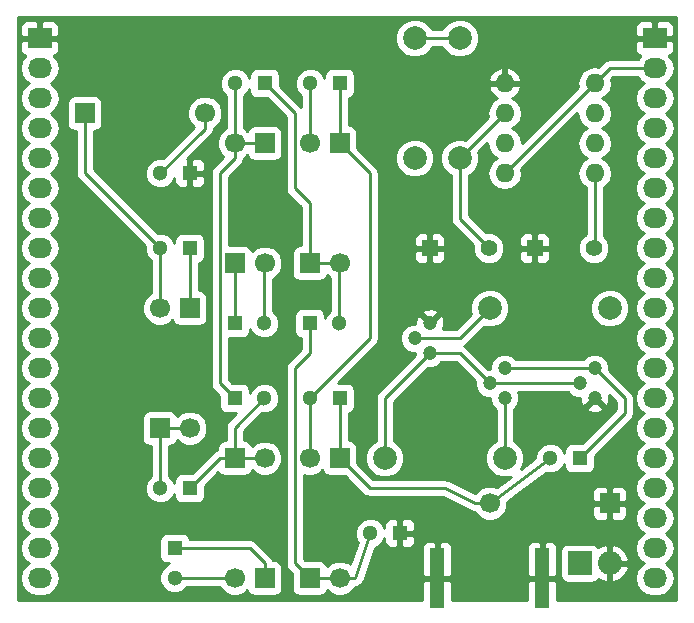
<source format=gbr>
G04 #@! TF.FileFunction,Copper,L1,Top,Signal*
%FSLAX46Y46*%
G04 Gerber Fmt 4.6, Leading zero omitted, Abs format (unit mm)*
G04 Created by KiCad (PCBNEW 4.0.3+e1-6302~38~ubuntu16.04.1-stable) date Tue Aug 16 23:20:18 2016*
%MOMM*%
%LPD*%
G01*
G04 APERTURE LIST*
%ADD10C,0.100000*%
%ADD11R,1.400000X1.400000*%
%ADD12C,1.400000*%
%ADD13C,1.699260*%
%ADD14R,1.699260X1.699260*%
%ADD15R,2.032000X1.727200*%
%ADD16O,2.032000X1.727200*%
%ADD17C,1.998980*%
%ADD18O,1.600000X1.600000*%
%ADD19R,1.300000X1.300000*%
%ADD20C,1.300000*%
%ADD21C,1.200000*%
%ADD22R,1.270000X5.080000*%
%ADD23R,2.032000X2.032000*%
%ADD24O,2.032000X2.032000*%
%ADD25C,0.250000*%
%ADD26C,0.254000*%
G04 APERTURE END LIST*
D10*
D11*
X115570000Y-53340000D03*
D12*
X120570000Y-53340000D03*
D11*
X106680000Y-53340000D03*
D12*
X111680000Y-53340000D03*
D13*
X111759480Y-74932540D03*
D14*
X121919480Y-74932540D03*
D13*
X99062540Y-81280520D03*
D14*
X99062540Y-71120520D03*
D13*
X96517460Y-71119480D03*
D14*
X96517460Y-81279480D03*
D13*
X99062540Y-54610520D03*
D14*
X99062540Y-44450520D03*
D13*
X96517460Y-44449480D03*
D14*
X96517460Y-54609480D03*
D13*
X90167460Y-44449480D03*
D14*
X90167460Y-54609480D03*
D13*
X92712540Y-54610520D03*
D14*
X92712540Y-44450520D03*
D13*
X92707460Y-71119480D03*
D14*
X92707460Y-81279480D03*
D13*
X90172540Y-81280520D03*
D14*
X90172540Y-71120520D03*
D13*
X86362540Y-68580520D03*
D14*
X86362540Y-58420520D03*
D13*
X83817460Y-58419480D03*
D14*
X83817460Y-68579480D03*
D13*
X87630520Y-41907460D03*
D14*
X77470520Y-41907460D03*
D15*
X125730000Y-35560000D03*
D16*
X125730000Y-38100000D03*
X125730000Y-40640000D03*
X125730000Y-43180000D03*
X125730000Y-45720000D03*
X125730000Y-48260000D03*
X125730000Y-50800000D03*
X125730000Y-53340000D03*
X125730000Y-55880000D03*
X125730000Y-58420000D03*
X125730000Y-60960000D03*
X125730000Y-63500000D03*
X125730000Y-66040000D03*
X125730000Y-68580000D03*
X125730000Y-71120000D03*
X125730000Y-73660000D03*
X125730000Y-76200000D03*
X125730000Y-78740000D03*
X125730000Y-81280000D03*
D15*
X73660000Y-35560000D03*
D16*
X73660000Y-38100000D03*
X73660000Y-40640000D03*
X73660000Y-43180000D03*
X73660000Y-45720000D03*
X73660000Y-48260000D03*
X73660000Y-50800000D03*
X73660000Y-53340000D03*
X73660000Y-55880000D03*
X73660000Y-58420000D03*
X73660000Y-60960000D03*
X73660000Y-63500000D03*
X73660000Y-66040000D03*
X73660000Y-68580000D03*
X73660000Y-71120000D03*
X73660000Y-73660000D03*
X73660000Y-76200000D03*
X73660000Y-78740000D03*
X73660000Y-81280000D03*
D17*
X105410000Y-35560000D03*
X105410000Y-45720000D03*
X109220000Y-35560000D03*
X109220000Y-45720000D03*
X111760000Y-58420000D03*
X121920000Y-58420000D03*
X113030000Y-71120000D03*
X102870000Y-71120000D03*
D18*
X113030000Y-39370000D03*
X113030000Y-41910000D03*
X113030000Y-44450000D03*
X113030000Y-46990000D03*
X120650000Y-46990000D03*
X120650000Y-44450000D03*
X120650000Y-41910000D03*
X120650000Y-39370000D03*
D19*
X86360000Y-46990000D03*
D20*
X83860000Y-46990000D03*
D19*
X86360000Y-53340000D03*
D20*
X83860000Y-53340000D03*
D19*
X86360000Y-73660000D03*
D20*
X83860000Y-73660000D03*
D19*
X85090000Y-78740000D03*
D20*
X85090000Y-81240000D03*
D19*
X90170000Y-66040000D03*
D20*
X92670000Y-66040000D03*
D19*
X90170000Y-59690000D03*
D20*
X92670000Y-59690000D03*
D19*
X92710000Y-39370000D03*
D20*
X90210000Y-39370000D03*
D19*
X99060000Y-39370000D03*
D20*
X96560000Y-39370000D03*
D19*
X96520000Y-59690000D03*
D20*
X99020000Y-59690000D03*
D19*
X99060000Y-66040000D03*
D20*
X96560000Y-66040000D03*
D19*
X104140000Y-77470000D03*
D20*
X101640000Y-77470000D03*
D19*
X119380000Y-71120000D03*
D20*
X116880000Y-71120000D03*
D21*
X106680000Y-59690000D03*
X105410000Y-60960000D03*
X106680000Y-62230000D03*
X120650000Y-63500000D03*
X119380000Y-64770000D03*
X120650000Y-66040000D03*
X113030000Y-63500000D03*
X111760000Y-64770000D03*
X113030000Y-66040000D03*
D22*
X116205000Y-81280000D03*
X107315000Y-81280000D03*
D23*
X119380000Y-80010000D03*
D24*
X121920000Y-80010000D03*
D25*
X120650000Y-46990000D02*
X120650000Y-53260000D01*
X120650000Y-53260000D02*
X120570000Y-53340000D01*
X109220000Y-45720000D02*
X109220000Y-50880000D01*
X109220000Y-50880000D02*
X111680000Y-53340000D01*
X109220000Y-45720000D02*
X113030000Y-41910000D01*
X99062540Y-71120520D02*
X99062540Y-66042540D01*
X99062540Y-66042540D02*
X99060000Y-66040000D01*
X111759480Y-74932540D02*
X110490000Y-74930000D01*
X101602020Y-73660000D02*
X99062540Y-71120520D01*
X107950000Y-73660000D02*
X101602020Y-73660000D01*
X110490000Y-74930000D02*
X107950000Y-73660000D01*
X111759480Y-74932540D02*
X111797460Y-74932540D01*
X111797460Y-74932540D02*
X116880000Y-71120000D01*
X120650000Y-63500000D02*
X123190000Y-66040000D01*
X123190000Y-67310000D02*
X119380000Y-71120000D01*
X123190000Y-66040000D02*
X123190000Y-67310000D01*
X113030000Y-63500000D02*
X120650000Y-63500000D01*
X96520000Y-59690000D02*
X96520000Y-62230000D01*
X95250000Y-80012020D02*
X96517460Y-81279480D01*
X95250000Y-63500000D02*
X95250000Y-80012020D01*
X96520000Y-62230000D02*
X95250000Y-63500000D01*
X96517460Y-81279480D02*
X99061500Y-81279480D01*
X99061500Y-81279480D02*
X99062540Y-81280520D01*
X99062540Y-81280520D02*
X100369480Y-81280520D01*
X100369480Y-81280520D02*
X101640000Y-77470000D01*
X99062540Y-44450520D02*
X99062540Y-39372540D01*
X99062540Y-39372540D02*
X99060000Y-39370000D01*
X96560000Y-66040000D02*
X96560000Y-66000000D01*
X96560000Y-66000000D02*
X101600000Y-60960000D01*
X101600000Y-46990000D02*
X99062540Y-44452540D01*
X101600000Y-60960000D02*
X101600000Y-46990000D01*
X99062540Y-44452540D02*
X99062540Y-44450520D01*
X96517460Y-71119480D02*
X96517460Y-66082540D01*
X96517460Y-66082540D02*
X96560000Y-66040000D01*
X96517460Y-54609480D02*
X96517460Y-49527460D01*
X95250000Y-41910000D02*
X92710000Y-39370000D01*
X95250000Y-48260000D02*
X95250000Y-41910000D01*
X96517460Y-49527460D02*
X95250000Y-48260000D01*
X99062540Y-54610520D02*
X96518500Y-54610520D01*
X96518500Y-54610520D02*
X96517460Y-54609480D01*
X99020000Y-59690000D02*
X99020000Y-54653060D01*
X99020000Y-54653060D02*
X99062540Y-54610520D01*
X90170000Y-59690000D02*
X90170000Y-54612020D01*
X90170000Y-54612020D02*
X90167460Y-54609480D01*
X96560000Y-39370000D02*
X96560000Y-44406940D01*
X96560000Y-44406940D02*
X96517460Y-44449480D01*
X90167460Y-44449480D02*
X90167460Y-45722540D01*
X88900000Y-64770000D02*
X90170000Y-66040000D01*
X88900000Y-46990000D02*
X88900000Y-64770000D01*
X90167460Y-45722540D02*
X88900000Y-46990000D01*
X90167460Y-44449480D02*
X92711500Y-44449480D01*
X92711500Y-44449480D02*
X92712540Y-44450520D01*
X90210000Y-39370000D02*
X90210000Y-44406940D01*
X90210000Y-44406940D02*
X90167460Y-44449480D01*
X85090000Y-78740000D02*
X91440000Y-78740000D01*
X92707460Y-80007460D02*
X92707460Y-81279480D01*
X91440000Y-78740000D02*
X92707460Y-80007460D01*
X92670000Y-59690000D02*
X92670000Y-54653060D01*
X92670000Y-54653060D02*
X92712540Y-54610520D01*
X90172540Y-71120520D02*
X88899480Y-71120520D01*
X88899480Y-71120520D02*
X86360000Y-73660000D01*
X90172540Y-71120520D02*
X92706420Y-71120520D01*
X92706420Y-71120520D02*
X92707460Y-71119480D01*
X90172540Y-71120520D02*
X90172540Y-68537460D01*
X90172540Y-68537460D02*
X92670000Y-66040000D01*
X86362540Y-58420520D02*
X86362540Y-53342540D01*
X86362540Y-53342540D02*
X86360000Y-53340000D01*
X85090000Y-81240000D02*
X90132020Y-81240000D01*
X90132020Y-81240000D02*
X90172540Y-81280520D01*
X83817460Y-68579480D02*
X86361500Y-68579480D01*
X86361500Y-68579480D02*
X86362540Y-68580520D01*
X83860000Y-73660000D02*
X83860000Y-68622020D01*
X83860000Y-68622020D02*
X83817460Y-68579480D01*
X77470520Y-41907460D02*
X77470520Y-46950520D01*
X77470520Y-46950520D02*
X83860000Y-53340000D01*
X83817460Y-58419480D02*
X83817460Y-53382540D01*
X83817460Y-53382540D02*
X83860000Y-53340000D01*
X87630520Y-41907460D02*
X87630520Y-43219480D01*
X87630520Y-43219480D02*
X83860000Y-46990000D01*
X113030000Y-46990000D02*
X120650000Y-39370000D01*
X125730000Y-38100000D02*
X121920000Y-38100000D01*
X121920000Y-38100000D02*
X120650000Y-39370000D01*
X113030000Y-71120000D02*
X113030000Y-66040000D01*
X105410000Y-60960000D02*
X109220000Y-60960000D01*
X109220000Y-60960000D02*
X111760000Y-58420000D01*
X105410000Y-35560000D02*
X109220000Y-35560000D01*
X111760000Y-64770000D02*
X119380000Y-64770000D01*
X106680000Y-62230000D02*
X109220000Y-62230000D01*
X109220000Y-62230000D02*
X111760000Y-64770000D01*
X102870000Y-71120000D02*
X102870000Y-66040000D01*
X102870000Y-66040000D02*
X106680000Y-62230000D01*
D26*
G36*
X127560000Y-83110000D02*
X117475000Y-83110000D01*
X117475000Y-81565750D01*
X117316250Y-81407000D01*
X116332000Y-81407000D01*
X116332000Y-81427000D01*
X116078000Y-81427000D01*
X116078000Y-81407000D01*
X115093750Y-81407000D01*
X114935000Y-81565750D01*
X114935000Y-83110000D01*
X108585000Y-83110000D01*
X108585000Y-81565750D01*
X108426250Y-81407000D01*
X107442000Y-81407000D01*
X107442000Y-81427000D01*
X107188000Y-81427000D01*
X107188000Y-81407000D01*
X106203750Y-81407000D01*
X106045000Y-81565750D01*
X106045000Y-83110000D01*
X71830000Y-83110000D01*
X71830000Y-38100000D01*
X71976655Y-38100000D01*
X72090729Y-38673489D01*
X72415585Y-39159670D01*
X72730366Y-39370000D01*
X72415585Y-39580330D01*
X72090729Y-40066511D01*
X71976655Y-40640000D01*
X72090729Y-41213489D01*
X72415585Y-41699670D01*
X72730366Y-41910000D01*
X72415585Y-42120330D01*
X72090729Y-42606511D01*
X71976655Y-43180000D01*
X72090729Y-43753489D01*
X72415585Y-44239670D01*
X72730366Y-44450000D01*
X72415585Y-44660330D01*
X72090729Y-45146511D01*
X71976655Y-45720000D01*
X72090729Y-46293489D01*
X72415585Y-46779670D01*
X72730366Y-46990000D01*
X72415585Y-47200330D01*
X72090729Y-47686511D01*
X71976655Y-48260000D01*
X72090729Y-48833489D01*
X72415585Y-49319670D01*
X72730366Y-49530000D01*
X72415585Y-49740330D01*
X72090729Y-50226511D01*
X71976655Y-50800000D01*
X72090729Y-51373489D01*
X72415585Y-51859670D01*
X72730366Y-52070000D01*
X72415585Y-52280330D01*
X72090729Y-52766511D01*
X71976655Y-53340000D01*
X72090729Y-53913489D01*
X72415585Y-54399670D01*
X72730366Y-54610000D01*
X72415585Y-54820330D01*
X72090729Y-55306511D01*
X71976655Y-55880000D01*
X72090729Y-56453489D01*
X72415585Y-56939670D01*
X72730366Y-57150000D01*
X72415585Y-57360330D01*
X72090729Y-57846511D01*
X71976655Y-58420000D01*
X72090729Y-58993489D01*
X72415585Y-59479670D01*
X72730366Y-59690000D01*
X72415585Y-59900330D01*
X72090729Y-60386511D01*
X71976655Y-60960000D01*
X72090729Y-61533489D01*
X72415585Y-62019670D01*
X72730366Y-62230000D01*
X72415585Y-62440330D01*
X72090729Y-62926511D01*
X71976655Y-63500000D01*
X72090729Y-64073489D01*
X72415585Y-64559670D01*
X72730366Y-64770000D01*
X72415585Y-64980330D01*
X72090729Y-65466511D01*
X71976655Y-66040000D01*
X72090729Y-66613489D01*
X72415585Y-67099670D01*
X72730366Y-67310000D01*
X72415585Y-67520330D01*
X72090729Y-68006511D01*
X71976655Y-68580000D01*
X72090729Y-69153489D01*
X72415585Y-69639670D01*
X72730366Y-69850000D01*
X72415585Y-70060330D01*
X72090729Y-70546511D01*
X71976655Y-71120000D01*
X72090729Y-71693489D01*
X72415585Y-72179670D01*
X72730366Y-72390000D01*
X72415585Y-72600330D01*
X72090729Y-73086511D01*
X71976655Y-73660000D01*
X72090729Y-74233489D01*
X72415585Y-74719670D01*
X72730366Y-74930000D01*
X72415585Y-75140330D01*
X72090729Y-75626511D01*
X71976655Y-76200000D01*
X72090729Y-76773489D01*
X72415585Y-77259670D01*
X72730366Y-77470000D01*
X72415585Y-77680330D01*
X72090729Y-78166511D01*
X71976655Y-78740000D01*
X72090729Y-79313489D01*
X72415585Y-79799670D01*
X72730366Y-80010000D01*
X72415585Y-80220330D01*
X72090729Y-80706511D01*
X71976655Y-81280000D01*
X72090729Y-81853489D01*
X72415585Y-82339670D01*
X72901766Y-82664526D01*
X73475255Y-82778600D01*
X73844745Y-82778600D01*
X74418234Y-82664526D01*
X74904415Y-82339670D01*
X75229271Y-81853489D01*
X75343345Y-81280000D01*
X75229271Y-80706511D01*
X74904415Y-80220330D01*
X74589634Y-80010000D01*
X74904415Y-79799670D01*
X75229271Y-79313489D01*
X75343345Y-78740000D01*
X75229271Y-78166511D01*
X75178148Y-78090000D01*
X83792560Y-78090000D01*
X83792560Y-79390000D01*
X83836838Y-79625317D01*
X83975910Y-79841441D01*
X84188110Y-79986431D01*
X84440000Y-80037440D01*
X84635460Y-80037440D01*
X84363057Y-80149995D01*
X84001265Y-80511155D01*
X83805223Y-80983276D01*
X83804777Y-81494481D01*
X83999995Y-81966943D01*
X84361155Y-82328735D01*
X84833276Y-82524777D01*
X85344481Y-82525223D01*
X85816943Y-82330005D01*
X86147525Y-82000000D01*
X88863451Y-82000000D01*
X88913198Y-82120397D01*
X89330466Y-82538394D01*
X89875933Y-82764892D01*
X90466556Y-82765408D01*
X91012417Y-82539862D01*
X91244151Y-82308532D01*
X91254668Y-82364427D01*
X91393740Y-82580551D01*
X91605940Y-82725541D01*
X91857830Y-82776550D01*
X93557090Y-82776550D01*
X93792407Y-82732272D01*
X94008531Y-82593200D01*
X94153521Y-82381000D01*
X94204530Y-82129110D01*
X94204530Y-80429850D01*
X94160252Y-80194533D01*
X94021180Y-79978409D01*
X93808980Y-79833419D01*
X93557090Y-79782410D01*
X93422694Y-79782410D01*
X93409608Y-79716621D01*
X93244861Y-79470059D01*
X91977401Y-78202599D01*
X91730839Y-78037852D01*
X91440000Y-77980000D01*
X86366742Y-77980000D01*
X86343162Y-77854683D01*
X86204090Y-77638559D01*
X85991890Y-77493569D01*
X85740000Y-77442560D01*
X84440000Y-77442560D01*
X84204683Y-77486838D01*
X83988559Y-77625910D01*
X83843569Y-77838110D01*
X83792560Y-78090000D01*
X75178148Y-78090000D01*
X74904415Y-77680330D01*
X74589634Y-77470000D01*
X74904415Y-77259670D01*
X75229271Y-76773489D01*
X75343345Y-76200000D01*
X75229271Y-75626511D01*
X74904415Y-75140330D01*
X74589634Y-74930000D01*
X74904415Y-74719670D01*
X75229271Y-74233489D01*
X75343345Y-73660000D01*
X75229271Y-73086511D01*
X74904415Y-72600330D01*
X74589634Y-72390000D01*
X74904415Y-72179670D01*
X75229271Y-71693489D01*
X75343345Y-71120000D01*
X75229271Y-70546511D01*
X74904415Y-70060330D01*
X74589634Y-69850000D01*
X74904415Y-69639670D01*
X75229271Y-69153489D01*
X75343345Y-68580000D01*
X75229271Y-68006511D01*
X75044412Y-67729850D01*
X82320390Y-67729850D01*
X82320390Y-69429110D01*
X82364668Y-69664427D01*
X82503740Y-69880551D01*
X82715940Y-70025541D01*
X82967830Y-70076550D01*
X83100000Y-70076550D01*
X83100000Y-72602994D01*
X82771265Y-72931155D01*
X82575223Y-73403276D01*
X82574777Y-73914481D01*
X82769995Y-74386943D01*
X83131155Y-74748735D01*
X83603276Y-74944777D01*
X84114481Y-74945223D01*
X84586943Y-74750005D01*
X84948735Y-74388845D01*
X85062560Y-74114724D01*
X85062560Y-74310000D01*
X85106838Y-74545317D01*
X85245910Y-74761441D01*
X85458110Y-74906431D01*
X85710000Y-74957440D01*
X87010000Y-74957440D01*
X87245317Y-74913162D01*
X87461441Y-74774090D01*
X87606431Y-74561890D01*
X87657440Y-74310000D01*
X87657440Y-73437362D01*
X88786147Y-72308655D01*
X88858820Y-72421591D01*
X89071020Y-72566581D01*
X89322910Y-72617590D01*
X91022170Y-72617590D01*
X91257487Y-72573312D01*
X91473611Y-72434240D01*
X91618601Y-72222040D01*
X91634073Y-72145637D01*
X91865386Y-72377354D01*
X92410853Y-72603852D01*
X93001476Y-72604368D01*
X93547337Y-72378822D01*
X93965334Y-71961554D01*
X94191832Y-71416087D01*
X94192348Y-70825464D01*
X93966802Y-70279603D01*
X93549534Y-69861606D01*
X93004067Y-69635108D01*
X92413444Y-69634592D01*
X91867583Y-69860138D01*
X91635849Y-70091468D01*
X91625332Y-70035573D01*
X91486260Y-69819449D01*
X91274060Y-69674459D01*
X91022170Y-69623450D01*
X90932540Y-69623450D01*
X90932540Y-68852262D01*
X92459984Y-67324818D01*
X92924481Y-67325223D01*
X93396943Y-67130005D01*
X93758735Y-66768845D01*
X93954777Y-66296724D01*
X93955223Y-65785519D01*
X93760005Y-65313057D01*
X93398845Y-64951265D01*
X92926724Y-64755223D01*
X92415519Y-64754777D01*
X91943057Y-64949995D01*
X91581265Y-65311155D01*
X91467440Y-65585276D01*
X91467440Y-65390000D01*
X91423162Y-65154683D01*
X91284090Y-64938559D01*
X91071890Y-64793569D01*
X90820000Y-64742560D01*
X89947362Y-64742560D01*
X89660000Y-64455198D01*
X89660000Y-60987440D01*
X90820000Y-60987440D01*
X91055317Y-60943162D01*
X91271441Y-60804090D01*
X91416431Y-60591890D01*
X91467440Y-60340000D01*
X91467440Y-60144540D01*
X91579995Y-60416943D01*
X91941155Y-60778735D01*
X92413276Y-60974777D01*
X92924481Y-60975223D01*
X93396943Y-60780005D01*
X93758735Y-60418845D01*
X93954777Y-59946724D01*
X93955223Y-59435519D01*
X93760005Y-58963057D01*
X93430000Y-58632475D01*
X93430000Y-55920444D01*
X93552417Y-55869862D01*
X93970414Y-55452594D01*
X94196912Y-54907127D01*
X94197428Y-54316504D01*
X93971882Y-53770643D01*
X93554614Y-53352646D01*
X93009147Y-53126148D01*
X92418524Y-53125632D01*
X91872663Y-53351178D01*
X91632705Y-53590717D01*
X91620252Y-53524533D01*
X91481180Y-53308409D01*
X91268980Y-53163419D01*
X91017090Y-53112410D01*
X89660000Y-53112410D01*
X89660000Y-47304802D01*
X90704861Y-46259941D01*
X90869608Y-46013379D01*
X90923280Y-45743554D01*
X91007337Y-45708822D01*
X91247295Y-45469283D01*
X91259748Y-45535467D01*
X91398820Y-45751591D01*
X91611020Y-45896581D01*
X91862910Y-45947590D01*
X93562170Y-45947590D01*
X93797487Y-45903312D01*
X94013611Y-45764240D01*
X94158601Y-45552040D01*
X94209610Y-45300150D01*
X94209610Y-43600890D01*
X94165332Y-43365573D01*
X94026260Y-43149449D01*
X93814060Y-43004459D01*
X93562170Y-42953450D01*
X91862910Y-42953450D01*
X91627593Y-42997728D01*
X91411469Y-43136800D01*
X91266479Y-43349000D01*
X91249644Y-43432135D01*
X91009534Y-43191606D01*
X90970000Y-43175190D01*
X90970000Y-40427006D01*
X91298735Y-40098845D01*
X91412560Y-39824724D01*
X91412560Y-40020000D01*
X91456838Y-40255317D01*
X91595910Y-40471441D01*
X91808110Y-40616431D01*
X92060000Y-40667440D01*
X92932638Y-40667440D01*
X94490000Y-42224802D01*
X94490000Y-48260000D01*
X94547852Y-48550839D01*
X94712599Y-48797401D01*
X95757460Y-49842262D01*
X95757460Y-53112410D01*
X95667830Y-53112410D01*
X95432513Y-53156688D01*
X95216389Y-53295760D01*
X95071399Y-53507960D01*
X95020390Y-53759850D01*
X95020390Y-55459110D01*
X95064668Y-55694427D01*
X95203740Y-55910551D01*
X95415940Y-56055541D01*
X95667830Y-56106550D01*
X97367090Y-56106550D01*
X97602407Y-56062272D01*
X97818531Y-55923200D01*
X97963521Y-55711000D01*
X97980356Y-55627865D01*
X98220466Y-55868394D01*
X98260000Y-55884810D01*
X98260000Y-58632994D01*
X97931265Y-58961155D01*
X97817440Y-59235276D01*
X97817440Y-59040000D01*
X97773162Y-58804683D01*
X97634090Y-58588559D01*
X97421890Y-58443569D01*
X97170000Y-58392560D01*
X95870000Y-58392560D01*
X95634683Y-58436838D01*
X95418559Y-58575910D01*
X95273569Y-58788110D01*
X95222560Y-59040000D01*
X95222560Y-60340000D01*
X95266838Y-60575317D01*
X95405910Y-60791441D01*
X95618110Y-60936431D01*
X95760000Y-60965164D01*
X95760000Y-61915198D01*
X94712599Y-62962599D01*
X94547852Y-63209161D01*
X94490000Y-63500000D01*
X94490000Y-80012020D01*
X94547852Y-80302859D01*
X94712599Y-80549421D01*
X95020390Y-80857212D01*
X95020390Y-82129110D01*
X95064668Y-82364427D01*
X95203740Y-82580551D01*
X95415940Y-82725541D01*
X95667830Y-82776550D01*
X97367090Y-82776550D01*
X97602407Y-82732272D01*
X97818531Y-82593200D01*
X97963521Y-82381000D01*
X97980356Y-82297865D01*
X98220466Y-82538394D01*
X98765933Y-82764892D01*
X99356556Y-82765408D01*
X99902417Y-82539862D01*
X100320414Y-82122594D01*
X100354494Y-82040520D01*
X100369480Y-82040520D01*
X100396233Y-82035199D01*
X100423293Y-82038612D01*
X100540812Y-82006440D01*
X100660319Y-81982668D01*
X100682998Y-81967514D01*
X100709307Y-81960312D01*
X100805571Y-81885614D01*
X100906881Y-81817921D01*
X100922035Y-81795241D01*
X100943584Y-81778520D01*
X101003937Y-81672666D01*
X101071628Y-81571359D01*
X101076949Y-81544609D01*
X101090460Y-81520912D01*
X102031483Y-78698615D01*
X102366943Y-78560005D01*
X102728735Y-78198845D01*
X102855000Y-77894765D01*
X102855000Y-78246310D01*
X102951673Y-78479699D01*
X103130302Y-78658327D01*
X103363691Y-78755000D01*
X103854250Y-78755000D01*
X104013000Y-78596250D01*
X104013000Y-77597000D01*
X104267000Y-77597000D01*
X104267000Y-78596250D01*
X104425750Y-78755000D01*
X104916309Y-78755000D01*
X105149698Y-78658327D01*
X105194335Y-78613690D01*
X106045000Y-78613690D01*
X106045000Y-80994250D01*
X106203750Y-81153000D01*
X107188000Y-81153000D01*
X107188000Y-78263750D01*
X107442000Y-78263750D01*
X107442000Y-81153000D01*
X108426250Y-81153000D01*
X108585000Y-80994250D01*
X108585000Y-78613690D01*
X114935000Y-78613690D01*
X114935000Y-80994250D01*
X115093750Y-81153000D01*
X116078000Y-81153000D01*
X116078000Y-78263750D01*
X116332000Y-78263750D01*
X116332000Y-81153000D01*
X117316250Y-81153000D01*
X117475000Y-80994250D01*
X117475000Y-78994000D01*
X117716560Y-78994000D01*
X117716560Y-81026000D01*
X117760838Y-81261317D01*
X117899910Y-81477441D01*
X118112110Y-81622431D01*
X118364000Y-81673440D01*
X120396000Y-81673440D01*
X120631317Y-81629162D01*
X120847441Y-81490090D01*
X120947856Y-81343128D01*
X120951621Y-81347188D01*
X121537054Y-81615983D01*
X121793000Y-81497367D01*
X121793000Y-80137000D01*
X122047000Y-80137000D01*
X122047000Y-81497367D01*
X122302946Y-81615983D01*
X122888379Y-81347188D01*
X123326385Y-80874818D01*
X123525975Y-80392944D01*
X123406836Y-80137000D01*
X122047000Y-80137000D01*
X121793000Y-80137000D01*
X121773000Y-80137000D01*
X121773000Y-79883000D01*
X121793000Y-79883000D01*
X121793000Y-78522633D01*
X122047000Y-78522633D01*
X122047000Y-79883000D01*
X123406836Y-79883000D01*
X123525975Y-79627056D01*
X123326385Y-79145182D01*
X122888379Y-78672812D01*
X122302946Y-78404017D01*
X122047000Y-78522633D01*
X121793000Y-78522633D01*
X121537054Y-78404017D01*
X120951621Y-78672812D01*
X120947066Y-78677724D01*
X120860090Y-78542559D01*
X120647890Y-78397569D01*
X120396000Y-78346560D01*
X118364000Y-78346560D01*
X118128683Y-78390838D01*
X117912559Y-78529910D01*
X117767569Y-78742110D01*
X117716560Y-78994000D01*
X117475000Y-78994000D01*
X117475000Y-78613690D01*
X117378327Y-78380301D01*
X117199698Y-78201673D01*
X116966309Y-78105000D01*
X116490750Y-78105000D01*
X116332000Y-78263750D01*
X116078000Y-78263750D01*
X115919250Y-78105000D01*
X115443691Y-78105000D01*
X115210302Y-78201673D01*
X115031673Y-78380301D01*
X114935000Y-78613690D01*
X108585000Y-78613690D01*
X108488327Y-78380301D01*
X108309698Y-78201673D01*
X108076309Y-78105000D01*
X107600750Y-78105000D01*
X107442000Y-78263750D01*
X107188000Y-78263750D01*
X107029250Y-78105000D01*
X106553691Y-78105000D01*
X106320302Y-78201673D01*
X106141673Y-78380301D01*
X106045000Y-78613690D01*
X105194335Y-78613690D01*
X105328327Y-78479699D01*
X105425000Y-78246310D01*
X105425000Y-77755750D01*
X105266250Y-77597000D01*
X104267000Y-77597000D01*
X104013000Y-77597000D01*
X103993000Y-77597000D01*
X103993000Y-77343000D01*
X104013000Y-77343000D01*
X104013000Y-76343750D01*
X104267000Y-76343750D01*
X104267000Y-77343000D01*
X105266250Y-77343000D01*
X105425000Y-77184250D01*
X105425000Y-76693690D01*
X105328327Y-76460301D01*
X105149698Y-76281673D01*
X104916309Y-76185000D01*
X104425750Y-76185000D01*
X104267000Y-76343750D01*
X104013000Y-76343750D01*
X103854250Y-76185000D01*
X103363691Y-76185000D01*
X103130302Y-76281673D01*
X102951673Y-76460301D01*
X102855000Y-76693690D01*
X102855000Y-77045567D01*
X102730005Y-76743057D01*
X102368845Y-76381265D01*
X101896724Y-76185223D01*
X101385519Y-76184777D01*
X100913057Y-76379995D01*
X100551265Y-76741155D01*
X100355223Y-77213276D01*
X100354777Y-77724481D01*
X100549995Y-78196943D01*
X100584846Y-78231855D01*
X99966937Y-80085078D01*
X99904614Y-80022646D01*
X99359147Y-79796148D01*
X98768524Y-79795632D01*
X98222663Y-80021178D01*
X97982705Y-80260717D01*
X97970252Y-80194533D01*
X97831180Y-79978409D01*
X97618980Y-79833419D01*
X97367090Y-79782410D01*
X96095192Y-79782410D01*
X96010000Y-79697218D01*
X96010000Y-72516298D01*
X96220853Y-72603852D01*
X96811476Y-72604368D01*
X97357337Y-72378822D01*
X97597295Y-72139283D01*
X97609748Y-72205467D01*
X97748820Y-72421591D01*
X97961020Y-72566581D01*
X98212910Y-72617590D01*
X99484808Y-72617590D01*
X101064619Y-74197401D01*
X101311181Y-74362148D01*
X101602020Y-74420000D01*
X107770588Y-74420000D01*
X110150117Y-75609765D01*
X110175719Y-75616776D01*
X110197757Y-75631565D01*
X110317915Y-75655716D01*
X110436124Y-75688087D01*
X110462456Y-75684768D01*
X110464055Y-75685089D01*
X110500138Y-75772417D01*
X110917406Y-76190414D01*
X111462873Y-76416912D01*
X112053496Y-76417428D01*
X112599357Y-76191882D01*
X113017354Y-75774614D01*
X113243852Y-75229147D01*
X113243861Y-75218290D01*
X120434850Y-75218290D01*
X120434850Y-75908480D01*
X120531523Y-76141869D01*
X120710152Y-76320497D01*
X120943541Y-76417170D01*
X121633730Y-76417170D01*
X121792480Y-76258420D01*
X121792480Y-75059540D01*
X122046480Y-75059540D01*
X122046480Y-76258420D01*
X122205230Y-76417170D01*
X122895419Y-76417170D01*
X123128808Y-76320497D01*
X123307437Y-76141869D01*
X123404110Y-75908480D01*
X123404110Y-75218290D01*
X123245360Y-75059540D01*
X122046480Y-75059540D01*
X121792480Y-75059540D01*
X120593600Y-75059540D01*
X120434850Y-75218290D01*
X113243861Y-75218290D01*
X113244229Y-74797340D01*
X114365029Y-73956600D01*
X120434850Y-73956600D01*
X120434850Y-74646790D01*
X120593600Y-74805540D01*
X121792480Y-74805540D01*
X121792480Y-73606660D01*
X122046480Y-73606660D01*
X122046480Y-74805540D01*
X123245360Y-74805540D01*
X123404110Y-74646790D01*
X123404110Y-73956600D01*
X123307437Y-73723211D01*
X123128808Y-73544583D01*
X122895419Y-73447910D01*
X122205230Y-73447910D01*
X122046480Y-73606660D01*
X121792480Y-73606660D01*
X121633730Y-73447910D01*
X120943541Y-73447910D01*
X120710152Y-73544583D01*
X120531523Y-73723211D01*
X120434850Y-73956600D01*
X114365029Y-73956600D01*
X116501302Y-72354129D01*
X116623276Y-72404777D01*
X117134481Y-72405223D01*
X117606943Y-72210005D01*
X117968735Y-71848845D01*
X118082560Y-71574724D01*
X118082560Y-71770000D01*
X118126838Y-72005317D01*
X118265910Y-72221441D01*
X118478110Y-72366431D01*
X118730000Y-72417440D01*
X120030000Y-72417440D01*
X120265317Y-72373162D01*
X120481441Y-72234090D01*
X120626431Y-72021890D01*
X120677440Y-71770000D01*
X120677440Y-70897362D01*
X123727401Y-67847401D01*
X123892148Y-67600839D01*
X123950000Y-67310000D01*
X123950000Y-66040000D01*
X123892148Y-65749161D01*
X123892148Y-65749160D01*
X123727401Y-65502599D01*
X121884861Y-63660059D01*
X121885214Y-63255421D01*
X121697592Y-62801343D01*
X121350485Y-62453629D01*
X120896734Y-62265215D01*
X120405421Y-62264786D01*
X119951343Y-62452408D01*
X119663248Y-62740000D01*
X114016356Y-62740000D01*
X113730485Y-62453629D01*
X113276734Y-62265215D01*
X112785421Y-62264786D01*
X112331343Y-62452408D01*
X111983629Y-62799515D01*
X111795215Y-63253266D01*
X111794969Y-63535030D01*
X111599662Y-63534860D01*
X109757401Y-61692599D01*
X109611333Y-61595000D01*
X109757401Y-61497401D01*
X111268917Y-59985885D01*
X111433453Y-60054206D01*
X112083694Y-60054774D01*
X112684655Y-59806462D01*
X113144846Y-59347073D01*
X113394206Y-58746547D01*
X113394208Y-58743694D01*
X120285226Y-58743694D01*
X120533538Y-59344655D01*
X120992927Y-59804846D01*
X121593453Y-60054206D01*
X122243694Y-60054774D01*
X122844655Y-59806462D01*
X123304846Y-59347073D01*
X123554206Y-58746547D01*
X123554774Y-58096306D01*
X123306462Y-57495345D01*
X122847073Y-57035154D01*
X122246547Y-56785794D01*
X121596306Y-56785226D01*
X120995345Y-57033538D01*
X120535154Y-57492927D01*
X120285794Y-58093453D01*
X120285226Y-58743694D01*
X113394208Y-58743694D01*
X113394774Y-58096306D01*
X113146462Y-57495345D01*
X112687073Y-57035154D01*
X112086547Y-56785794D01*
X111436306Y-56785226D01*
X110835345Y-57033538D01*
X110375154Y-57492927D01*
X110125794Y-58093453D01*
X110125226Y-58743694D01*
X110194309Y-58910889D01*
X108905198Y-60200000D01*
X107810636Y-60200000D01*
X107927807Y-59858964D01*
X107897482Y-59368587D01*
X107768164Y-59056383D01*
X107542735Y-59006870D01*
X106859605Y-59690000D01*
X106873748Y-59704143D01*
X106694143Y-59883748D01*
X106680000Y-59869605D01*
X106665858Y-59883748D01*
X106486253Y-59704143D01*
X106500395Y-59690000D01*
X105817265Y-59006870D01*
X105591836Y-59056383D01*
X105432193Y-59521036D01*
X105444808Y-59725030D01*
X105165421Y-59724786D01*
X104711343Y-59912408D01*
X104363629Y-60259515D01*
X104175215Y-60713266D01*
X104174786Y-61204579D01*
X104362408Y-61658657D01*
X104709515Y-62006371D01*
X105163266Y-62194785D01*
X105445030Y-62195031D01*
X105444860Y-62390338D01*
X102332599Y-65502599D01*
X102167852Y-65749161D01*
X102110000Y-66040000D01*
X102110000Y-69665504D01*
X101945345Y-69733538D01*
X101485154Y-70192927D01*
X101235794Y-70793453D01*
X101235226Y-71443694D01*
X101483538Y-72044655D01*
X101942927Y-72504846D01*
X102543453Y-72754206D01*
X103193694Y-72754774D01*
X103794655Y-72506462D01*
X104254846Y-72047073D01*
X104504206Y-71446547D01*
X104504774Y-70796306D01*
X104256462Y-70195345D01*
X103797073Y-69735154D01*
X103630000Y-69665779D01*
X103630000Y-66354802D01*
X106519941Y-63464861D01*
X106924579Y-63465214D01*
X107378657Y-63277592D01*
X107666752Y-62990000D01*
X108905198Y-62990000D01*
X110525139Y-64609941D01*
X110524786Y-65014579D01*
X110712408Y-65468657D01*
X111059515Y-65816371D01*
X111513266Y-66004785D01*
X111795030Y-66005031D01*
X111794786Y-66284579D01*
X111982408Y-66738657D01*
X112270000Y-67026752D01*
X112270000Y-69665504D01*
X112105345Y-69733538D01*
X111645154Y-70192927D01*
X111395794Y-70793453D01*
X111395226Y-71443694D01*
X111643538Y-72044655D01*
X112102927Y-72504846D01*
X112703453Y-72754206D01*
X113353694Y-72754774D01*
X113532775Y-72680779D01*
X112348109Y-73569426D01*
X112056087Y-73448168D01*
X111465464Y-73447652D01*
X110919603Y-73673198D01*
X110504522Y-74087555D01*
X108289882Y-72980235D01*
X108263543Y-72973022D01*
X108240839Y-72957852D01*
X108121363Y-72934087D01*
X108003876Y-72901913D01*
X107976786Y-72905328D01*
X107950000Y-72900000D01*
X101916822Y-72900000D01*
X100559610Y-71542788D01*
X100559610Y-70270890D01*
X100515332Y-70035573D01*
X100376260Y-69819449D01*
X100164060Y-69674459D01*
X99912170Y-69623450D01*
X99822540Y-69623450D01*
X99822540Y-67316264D01*
X99945317Y-67293162D01*
X100161441Y-67154090D01*
X100306431Y-66941890D01*
X100357440Y-66690000D01*
X100357440Y-65390000D01*
X100313162Y-65154683D01*
X100174090Y-64938559D01*
X99961890Y-64793569D01*
X99710000Y-64742560D01*
X98892242Y-64742560D01*
X102137401Y-61497401D01*
X102302148Y-61250840D01*
X102360000Y-60960000D01*
X102360000Y-58827265D01*
X105996870Y-58827265D01*
X106680000Y-59510395D01*
X107363130Y-58827265D01*
X107313617Y-58601836D01*
X106848964Y-58442193D01*
X106358587Y-58472518D01*
X106046383Y-58601836D01*
X105996870Y-58827265D01*
X102360000Y-58827265D01*
X102360000Y-53625750D01*
X105345000Y-53625750D01*
X105345000Y-54166310D01*
X105441673Y-54399699D01*
X105620302Y-54578327D01*
X105853691Y-54675000D01*
X106394250Y-54675000D01*
X106553000Y-54516250D01*
X106553000Y-53467000D01*
X106807000Y-53467000D01*
X106807000Y-54516250D01*
X106965750Y-54675000D01*
X107506309Y-54675000D01*
X107739698Y-54578327D01*
X107918327Y-54399699D01*
X108015000Y-54166310D01*
X108015000Y-53625750D01*
X107856250Y-53467000D01*
X106807000Y-53467000D01*
X106553000Y-53467000D01*
X105503750Y-53467000D01*
X105345000Y-53625750D01*
X102360000Y-53625750D01*
X102360000Y-52513690D01*
X105345000Y-52513690D01*
X105345000Y-53054250D01*
X105503750Y-53213000D01*
X106553000Y-53213000D01*
X106553000Y-52163750D01*
X106807000Y-52163750D01*
X106807000Y-53213000D01*
X107856250Y-53213000D01*
X108015000Y-53054250D01*
X108015000Y-52513690D01*
X107918327Y-52280301D01*
X107739698Y-52101673D01*
X107506309Y-52005000D01*
X106965750Y-52005000D01*
X106807000Y-52163750D01*
X106553000Y-52163750D01*
X106394250Y-52005000D01*
X105853691Y-52005000D01*
X105620302Y-52101673D01*
X105441673Y-52280301D01*
X105345000Y-52513690D01*
X102360000Y-52513690D01*
X102360000Y-46990000D01*
X102334738Y-46863000D01*
X102302148Y-46699160D01*
X102137401Y-46452599D01*
X101728496Y-46043694D01*
X103775226Y-46043694D01*
X104023538Y-46644655D01*
X104482927Y-47104846D01*
X105083453Y-47354206D01*
X105733694Y-47354774D01*
X106334655Y-47106462D01*
X106794846Y-46647073D01*
X107044206Y-46046547D01*
X107044208Y-46043694D01*
X107585226Y-46043694D01*
X107833538Y-46644655D01*
X108292927Y-47104846D01*
X108460000Y-47174221D01*
X108460000Y-50880000D01*
X108517852Y-51170839D01*
X108682599Y-51417401D01*
X110345226Y-53080028D01*
X110344769Y-53604383D01*
X110547582Y-54095229D01*
X110922796Y-54471098D01*
X111413287Y-54674768D01*
X111944383Y-54675231D01*
X112435229Y-54472418D01*
X112811098Y-54097204D01*
X113006863Y-53625750D01*
X114235000Y-53625750D01*
X114235000Y-54166310D01*
X114331673Y-54399699D01*
X114510302Y-54578327D01*
X114743691Y-54675000D01*
X115284250Y-54675000D01*
X115443000Y-54516250D01*
X115443000Y-53467000D01*
X115697000Y-53467000D01*
X115697000Y-54516250D01*
X115855750Y-54675000D01*
X116396309Y-54675000D01*
X116629698Y-54578327D01*
X116808327Y-54399699D01*
X116905000Y-54166310D01*
X116905000Y-53625750D01*
X116746250Y-53467000D01*
X115697000Y-53467000D01*
X115443000Y-53467000D01*
X114393750Y-53467000D01*
X114235000Y-53625750D01*
X113006863Y-53625750D01*
X113014768Y-53606713D01*
X113015231Y-53075617D01*
X112812418Y-52584771D01*
X112741461Y-52513690D01*
X114235000Y-52513690D01*
X114235000Y-53054250D01*
X114393750Y-53213000D01*
X115443000Y-53213000D01*
X115443000Y-52163750D01*
X115697000Y-52163750D01*
X115697000Y-53213000D01*
X116746250Y-53213000D01*
X116905000Y-53054250D01*
X116905000Y-52513690D01*
X116808327Y-52280301D01*
X116629698Y-52101673D01*
X116396309Y-52005000D01*
X115855750Y-52005000D01*
X115697000Y-52163750D01*
X115443000Y-52163750D01*
X115284250Y-52005000D01*
X114743691Y-52005000D01*
X114510302Y-52101673D01*
X114331673Y-52280301D01*
X114235000Y-52513690D01*
X112741461Y-52513690D01*
X112437204Y-52208902D01*
X111946713Y-52005232D01*
X111419574Y-52004772D01*
X109980000Y-50565198D01*
X109980000Y-47174496D01*
X110144655Y-47106462D01*
X110604846Y-46647073D01*
X110854206Y-46046547D01*
X110854774Y-45396306D01*
X110785691Y-45229111D01*
X111567405Y-44447397D01*
X111566887Y-44450000D01*
X111676120Y-44999151D01*
X111987189Y-45464698D01*
X112369275Y-45720000D01*
X111987189Y-45975302D01*
X111676120Y-46440849D01*
X111566887Y-46990000D01*
X111676120Y-47539151D01*
X111987189Y-48004698D01*
X112452736Y-48315767D01*
X113001887Y-48425000D01*
X113058113Y-48425000D01*
X113607264Y-48315767D01*
X114072811Y-48004698D01*
X114383880Y-47539151D01*
X114493113Y-46990000D01*
X114428688Y-46666114D01*
X119187405Y-41907397D01*
X119186887Y-41910000D01*
X119296120Y-42459151D01*
X119607189Y-42924698D01*
X119989275Y-43180000D01*
X119607189Y-43435302D01*
X119296120Y-43900849D01*
X119186887Y-44450000D01*
X119296120Y-44999151D01*
X119607189Y-45464698D01*
X119989275Y-45720000D01*
X119607189Y-45975302D01*
X119296120Y-46440849D01*
X119186887Y-46990000D01*
X119296120Y-47539151D01*
X119607189Y-48004698D01*
X119890000Y-48193667D01*
X119890000Y-52176498D01*
X119814771Y-52207582D01*
X119438902Y-52582796D01*
X119235232Y-53073287D01*
X119234769Y-53604383D01*
X119437582Y-54095229D01*
X119812796Y-54471098D01*
X120303287Y-54674768D01*
X120834383Y-54675231D01*
X121325229Y-54472418D01*
X121701098Y-54097204D01*
X121904768Y-53606713D01*
X121905231Y-53075617D01*
X121702418Y-52584771D01*
X121410000Y-52291843D01*
X121410000Y-48193667D01*
X121692811Y-48004698D01*
X122003880Y-47539151D01*
X122113113Y-46990000D01*
X122003880Y-46440849D01*
X121692811Y-45975302D01*
X121310725Y-45720000D01*
X121692811Y-45464698D01*
X122003880Y-44999151D01*
X122113113Y-44450000D01*
X122003880Y-43900849D01*
X121692811Y-43435302D01*
X121310725Y-43180000D01*
X121692811Y-42924698D01*
X122003880Y-42459151D01*
X122113113Y-41910000D01*
X122003880Y-41360849D01*
X121692811Y-40895302D01*
X121310725Y-40640000D01*
X121692811Y-40384698D01*
X122003880Y-39919151D01*
X122113113Y-39370000D01*
X122048688Y-39046114D01*
X122234802Y-38860000D01*
X124285352Y-38860000D01*
X124485585Y-39159670D01*
X124800366Y-39370000D01*
X124485585Y-39580330D01*
X124160729Y-40066511D01*
X124046655Y-40640000D01*
X124160729Y-41213489D01*
X124485585Y-41699670D01*
X124800366Y-41910000D01*
X124485585Y-42120330D01*
X124160729Y-42606511D01*
X124046655Y-43180000D01*
X124160729Y-43753489D01*
X124485585Y-44239670D01*
X124800366Y-44450000D01*
X124485585Y-44660330D01*
X124160729Y-45146511D01*
X124046655Y-45720000D01*
X124160729Y-46293489D01*
X124485585Y-46779670D01*
X124800366Y-46990000D01*
X124485585Y-47200330D01*
X124160729Y-47686511D01*
X124046655Y-48260000D01*
X124160729Y-48833489D01*
X124485585Y-49319670D01*
X124800366Y-49530000D01*
X124485585Y-49740330D01*
X124160729Y-50226511D01*
X124046655Y-50800000D01*
X124160729Y-51373489D01*
X124485585Y-51859670D01*
X124800366Y-52070000D01*
X124485585Y-52280330D01*
X124160729Y-52766511D01*
X124046655Y-53340000D01*
X124160729Y-53913489D01*
X124485585Y-54399670D01*
X124800366Y-54610000D01*
X124485585Y-54820330D01*
X124160729Y-55306511D01*
X124046655Y-55880000D01*
X124160729Y-56453489D01*
X124485585Y-56939670D01*
X124800366Y-57150000D01*
X124485585Y-57360330D01*
X124160729Y-57846511D01*
X124046655Y-58420000D01*
X124160729Y-58993489D01*
X124485585Y-59479670D01*
X124800366Y-59690000D01*
X124485585Y-59900330D01*
X124160729Y-60386511D01*
X124046655Y-60960000D01*
X124160729Y-61533489D01*
X124485585Y-62019670D01*
X124800366Y-62230000D01*
X124485585Y-62440330D01*
X124160729Y-62926511D01*
X124046655Y-63500000D01*
X124160729Y-64073489D01*
X124485585Y-64559670D01*
X124800366Y-64770000D01*
X124485585Y-64980330D01*
X124160729Y-65466511D01*
X124046655Y-66040000D01*
X124160729Y-66613489D01*
X124485585Y-67099670D01*
X124800366Y-67310000D01*
X124485585Y-67520330D01*
X124160729Y-68006511D01*
X124046655Y-68580000D01*
X124160729Y-69153489D01*
X124485585Y-69639670D01*
X124800366Y-69850000D01*
X124485585Y-70060330D01*
X124160729Y-70546511D01*
X124046655Y-71120000D01*
X124160729Y-71693489D01*
X124485585Y-72179670D01*
X124800366Y-72390000D01*
X124485585Y-72600330D01*
X124160729Y-73086511D01*
X124046655Y-73660000D01*
X124160729Y-74233489D01*
X124485585Y-74719670D01*
X124800366Y-74930000D01*
X124485585Y-75140330D01*
X124160729Y-75626511D01*
X124046655Y-76200000D01*
X124160729Y-76773489D01*
X124485585Y-77259670D01*
X124800366Y-77470000D01*
X124485585Y-77680330D01*
X124160729Y-78166511D01*
X124046655Y-78740000D01*
X124160729Y-79313489D01*
X124485585Y-79799670D01*
X124800366Y-80010000D01*
X124485585Y-80220330D01*
X124160729Y-80706511D01*
X124046655Y-81280000D01*
X124160729Y-81853489D01*
X124485585Y-82339670D01*
X124971766Y-82664526D01*
X125545255Y-82778600D01*
X125914745Y-82778600D01*
X126488234Y-82664526D01*
X126974415Y-82339670D01*
X127299271Y-81853489D01*
X127413345Y-81280000D01*
X127299271Y-80706511D01*
X126974415Y-80220330D01*
X126659634Y-80010000D01*
X126974415Y-79799670D01*
X127299271Y-79313489D01*
X127413345Y-78740000D01*
X127299271Y-78166511D01*
X126974415Y-77680330D01*
X126659634Y-77470000D01*
X126974415Y-77259670D01*
X127299271Y-76773489D01*
X127413345Y-76200000D01*
X127299271Y-75626511D01*
X126974415Y-75140330D01*
X126659634Y-74930000D01*
X126974415Y-74719670D01*
X127299271Y-74233489D01*
X127413345Y-73660000D01*
X127299271Y-73086511D01*
X126974415Y-72600330D01*
X126659634Y-72390000D01*
X126974415Y-72179670D01*
X127299271Y-71693489D01*
X127413345Y-71120000D01*
X127299271Y-70546511D01*
X126974415Y-70060330D01*
X126659634Y-69850000D01*
X126974415Y-69639670D01*
X127299271Y-69153489D01*
X127413345Y-68580000D01*
X127299271Y-68006511D01*
X126974415Y-67520330D01*
X126659634Y-67310000D01*
X126974415Y-67099670D01*
X127299271Y-66613489D01*
X127413345Y-66040000D01*
X127299271Y-65466511D01*
X126974415Y-64980330D01*
X126659634Y-64770000D01*
X126974415Y-64559670D01*
X127299271Y-64073489D01*
X127413345Y-63500000D01*
X127299271Y-62926511D01*
X126974415Y-62440330D01*
X126659634Y-62230000D01*
X126974415Y-62019670D01*
X127299271Y-61533489D01*
X127413345Y-60960000D01*
X127299271Y-60386511D01*
X126974415Y-59900330D01*
X126659634Y-59690000D01*
X126974415Y-59479670D01*
X127299271Y-58993489D01*
X127413345Y-58420000D01*
X127299271Y-57846511D01*
X126974415Y-57360330D01*
X126659634Y-57150000D01*
X126974415Y-56939670D01*
X127299271Y-56453489D01*
X127413345Y-55880000D01*
X127299271Y-55306511D01*
X126974415Y-54820330D01*
X126659634Y-54610000D01*
X126974415Y-54399670D01*
X127299271Y-53913489D01*
X127413345Y-53340000D01*
X127299271Y-52766511D01*
X126974415Y-52280330D01*
X126659634Y-52070000D01*
X126974415Y-51859670D01*
X127299271Y-51373489D01*
X127413345Y-50800000D01*
X127299271Y-50226511D01*
X126974415Y-49740330D01*
X126659634Y-49530000D01*
X126974415Y-49319670D01*
X127299271Y-48833489D01*
X127413345Y-48260000D01*
X127299271Y-47686511D01*
X126974415Y-47200330D01*
X126659634Y-46990000D01*
X126974415Y-46779670D01*
X127299271Y-46293489D01*
X127413345Y-45720000D01*
X127299271Y-45146511D01*
X126974415Y-44660330D01*
X126659634Y-44450000D01*
X126974415Y-44239670D01*
X127299271Y-43753489D01*
X127413345Y-43180000D01*
X127299271Y-42606511D01*
X126974415Y-42120330D01*
X126659634Y-41910000D01*
X126974415Y-41699670D01*
X127299271Y-41213489D01*
X127413345Y-40640000D01*
X127299271Y-40066511D01*
X126974415Y-39580330D01*
X126659634Y-39370000D01*
X126974415Y-39159670D01*
X127299271Y-38673489D01*
X127413345Y-38100000D01*
X127299271Y-37526511D01*
X126974415Y-37040330D01*
X126952220Y-37025500D01*
X127105699Y-36961927D01*
X127284327Y-36783298D01*
X127381000Y-36549909D01*
X127381000Y-35845750D01*
X127222250Y-35687000D01*
X125857000Y-35687000D01*
X125857000Y-35707000D01*
X125603000Y-35707000D01*
X125603000Y-35687000D01*
X124237750Y-35687000D01*
X124079000Y-35845750D01*
X124079000Y-36549909D01*
X124175673Y-36783298D01*
X124354301Y-36961927D01*
X124507780Y-37025500D01*
X124485585Y-37040330D01*
X124285352Y-37340000D01*
X121920000Y-37340000D01*
X121629160Y-37397852D01*
X121382599Y-37562599D01*
X120955102Y-37990096D01*
X120678113Y-37935000D01*
X120621887Y-37935000D01*
X120072736Y-38044233D01*
X119607189Y-38355302D01*
X119296120Y-38820849D01*
X119186887Y-39370000D01*
X119251312Y-39693886D01*
X114492595Y-44452603D01*
X114493113Y-44450000D01*
X114383880Y-43900849D01*
X114072811Y-43435302D01*
X113690725Y-43180000D01*
X114072811Y-42924698D01*
X114383880Y-42459151D01*
X114493113Y-41910000D01*
X114383880Y-41360849D01*
X114072811Y-40895302D01*
X113668297Y-40625014D01*
X113885134Y-40522389D01*
X114261041Y-40107423D01*
X114421904Y-39719039D01*
X114299915Y-39497000D01*
X113157000Y-39497000D01*
X113157000Y-39517000D01*
X112903000Y-39517000D01*
X112903000Y-39497000D01*
X111760085Y-39497000D01*
X111638096Y-39719039D01*
X111798959Y-40107423D01*
X112174866Y-40522389D01*
X112391703Y-40625014D01*
X111987189Y-40895302D01*
X111676120Y-41360849D01*
X111566887Y-41910000D01*
X111631312Y-42233886D01*
X109711083Y-44154115D01*
X109546547Y-44085794D01*
X108896306Y-44085226D01*
X108295345Y-44333538D01*
X107835154Y-44792927D01*
X107585794Y-45393453D01*
X107585226Y-46043694D01*
X107044208Y-46043694D01*
X107044774Y-45396306D01*
X106796462Y-44795345D01*
X106337073Y-44335154D01*
X105736547Y-44085794D01*
X105086306Y-44085226D01*
X104485345Y-44333538D01*
X104025154Y-44792927D01*
X103775794Y-45393453D01*
X103775226Y-46043694D01*
X101728496Y-46043694D01*
X100559610Y-44874808D01*
X100559610Y-43600890D01*
X100515332Y-43365573D01*
X100376260Y-43149449D01*
X100164060Y-43004459D01*
X99912170Y-42953450D01*
X99822540Y-42953450D01*
X99822540Y-40646264D01*
X99945317Y-40623162D01*
X100161441Y-40484090D01*
X100306431Y-40271890D01*
X100357440Y-40020000D01*
X100357440Y-39020961D01*
X111638096Y-39020961D01*
X111760085Y-39243000D01*
X112903000Y-39243000D01*
X112903000Y-38099371D01*
X113157000Y-38099371D01*
X113157000Y-39243000D01*
X114299915Y-39243000D01*
X114421904Y-39020961D01*
X114261041Y-38632577D01*
X113885134Y-38217611D01*
X113379041Y-37978086D01*
X113157000Y-38099371D01*
X112903000Y-38099371D01*
X112680959Y-37978086D01*
X112174866Y-38217611D01*
X111798959Y-38632577D01*
X111638096Y-39020961D01*
X100357440Y-39020961D01*
X100357440Y-38720000D01*
X100313162Y-38484683D01*
X100174090Y-38268559D01*
X99961890Y-38123569D01*
X99710000Y-38072560D01*
X98410000Y-38072560D01*
X98174683Y-38116838D01*
X97958559Y-38255910D01*
X97813569Y-38468110D01*
X97762560Y-38720000D01*
X97762560Y-38915460D01*
X97650005Y-38643057D01*
X97288845Y-38281265D01*
X96816724Y-38085223D01*
X96305519Y-38084777D01*
X95833057Y-38279995D01*
X95471265Y-38641155D01*
X95275223Y-39113276D01*
X95274777Y-39624481D01*
X95469995Y-40096943D01*
X95800000Y-40427525D01*
X95800000Y-41391455D01*
X95787401Y-41372599D01*
X94007440Y-39592638D01*
X94007440Y-38720000D01*
X93963162Y-38484683D01*
X93824090Y-38268559D01*
X93611890Y-38123569D01*
X93360000Y-38072560D01*
X92060000Y-38072560D01*
X91824683Y-38116838D01*
X91608559Y-38255910D01*
X91463569Y-38468110D01*
X91412560Y-38720000D01*
X91412560Y-38915460D01*
X91300005Y-38643057D01*
X90938845Y-38281265D01*
X90466724Y-38085223D01*
X89955519Y-38084777D01*
X89483057Y-38279995D01*
X89121265Y-38641155D01*
X88925223Y-39113276D01*
X88924777Y-39624481D01*
X89119995Y-40096943D01*
X89450000Y-40427525D01*
X89450000Y-43139556D01*
X89327583Y-43190138D01*
X88909586Y-43607406D01*
X88683088Y-44152873D01*
X88682572Y-44743496D01*
X88908118Y-45289357D01*
X89216710Y-45598488D01*
X88362599Y-46452599D01*
X88197852Y-46699161D01*
X88140000Y-46990000D01*
X88140000Y-64770000D01*
X88197852Y-65060839D01*
X88362599Y-65307401D01*
X88872560Y-65817362D01*
X88872560Y-66690000D01*
X88916838Y-66925317D01*
X89055910Y-67141441D01*
X89268110Y-67286431D01*
X89520000Y-67337440D01*
X90297758Y-67337440D01*
X89635139Y-68000059D01*
X89470392Y-68246621D01*
X89412540Y-68537460D01*
X89412540Y-69623450D01*
X89322910Y-69623450D01*
X89087593Y-69667728D01*
X88871469Y-69806800D01*
X88726479Y-70019000D01*
X88675470Y-70270890D01*
X88675470Y-70405079D01*
X88608641Y-70418372D01*
X88362079Y-70583119D01*
X86582638Y-72362560D01*
X85710000Y-72362560D01*
X85474683Y-72406838D01*
X85258559Y-72545910D01*
X85113569Y-72758110D01*
X85062560Y-73010000D01*
X85062560Y-73205460D01*
X84950005Y-72933057D01*
X84620000Y-72602475D01*
X84620000Y-70076550D01*
X84667090Y-70076550D01*
X84902407Y-70032272D01*
X85118531Y-69893200D01*
X85263521Y-69681000D01*
X85280356Y-69597865D01*
X85520466Y-69838394D01*
X86065933Y-70064892D01*
X86656556Y-70065408D01*
X87202417Y-69839862D01*
X87620414Y-69422594D01*
X87846912Y-68877127D01*
X87847428Y-68286504D01*
X87621882Y-67740643D01*
X87204614Y-67322646D01*
X86659147Y-67096148D01*
X86068524Y-67095632D01*
X85522663Y-67321178D01*
X85282705Y-67560717D01*
X85270252Y-67494533D01*
X85131180Y-67278409D01*
X84918980Y-67133419D01*
X84667090Y-67082410D01*
X82967830Y-67082410D01*
X82732513Y-67126688D01*
X82516389Y-67265760D01*
X82371399Y-67477960D01*
X82320390Y-67729850D01*
X75044412Y-67729850D01*
X74904415Y-67520330D01*
X74589634Y-67310000D01*
X74904415Y-67099670D01*
X75229271Y-66613489D01*
X75343345Y-66040000D01*
X75229271Y-65466511D01*
X74904415Y-64980330D01*
X74589634Y-64770000D01*
X74904415Y-64559670D01*
X75229271Y-64073489D01*
X75343345Y-63500000D01*
X75229271Y-62926511D01*
X74904415Y-62440330D01*
X74589634Y-62230000D01*
X74904415Y-62019670D01*
X75229271Y-61533489D01*
X75343345Y-60960000D01*
X75229271Y-60386511D01*
X74904415Y-59900330D01*
X74589634Y-59690000D01*
X74904415Y-59479670D01*
X75229271Y-58993489D01*
X75343345Y-58420000D01*
X75229271Y-57846511D01*
X74904415Y-57360330D01*
X74589634Y-57150000D01*
X74904415Y-56939670D01*
X75229271Y-56453489D01*
X75343345Y-55880000D01*
X75229271Y-55306511D01*
X74904415Y-54820330D01*
X74589634Y-54610000D01*
X74904415Y-54399670D01*
X75229271Y-53913489D01*
X75343345Y-53340000D01*
X75229271Y-52766511D01*
X74904415Y-52280330D01*
X74589634Y-52070000D01*
X74904415Y-51859670D01*
X75229271Y-51373489D01*
X75343345Y-50800000D01*
X75229271Y-50226511D01*
X74904415Y-49740330D01*
X74589634Y-49530000D01*
X74904415Y-49319670D01*
X75229271Y-48833489D01*
X75343345Y-48260000D01*
X75229271Y-47686511D01*
X74904415Y-47200330D01*
X74589634Y-46990000D01*
X74904415Y-46779670D01*
X75229271Y-46293489D01*
X75343345Y-45720000D01*
X75229271Y-45146511D01*
X74904415Y-44660330D01*
X74589634Y-44450000D01*
X74904415Y-44239670D01*
X75229271Y-43753489D01*
X75343345Y-43180000D01*
X75229271Y-42606511D01*
X74904415Y-42120330D01*
X74589634Y-41910000D01*
X74904415Y-41699670D01*
X75229271Y-41213489D01*
X75260233Y-41057830D01*
X75973450Y-41057830D01*
X75973450Y-42757090D01*
X76017728Y-42992407D01*
X76156800Y-43208531D01*
X76369000Y-43353521D01*
X76620890Y-43404530D01*
X76710520Y-43404530D01*
X76710520Y-46950520D01*
X76768372Y-47241359D01*
X76933119Y-47487921D01*
X82575182Y-53129984D01*
X82574777Y-53594481D01*
X82769995Y-54066943D01*
X83057460Y-54354911D01*
X83057460Y-57127133D01*
X82977583Y-57160138D01*
X82559586Y-57577406D01*
X82333088Y-58122873D01*
X82332572Y-58713496D01*
X82558118Y-59259357D01*
X82975386Y-59677354D01*
X83520853Y-59903852D01*
X84111476Y-59904368D01*
X84657337Y-59678822D01*
X84897295Y-59439283D01*
X84909748Y-59505467D01*
X85048820Y-59721591D01*
X85261020Y-59866581D01*
X85512910Y-59917590D01*
X87212170Y-59917590D01*
X87447487Y-59873312D01*
X87663611Y-59734240D01*
X87808601Y-59522040D01*
X87859610Y-59270150D01*
X87859610Y-57570890D01*
X87815332Y-57335573D01*
X87676260Y-57119449D01*
X87464060Y-56974459D01*
X87212170Y-56923450D01*
X87122540Y-56923450D01*
X87122540Y-54616264D01*
X87245317Y-54593162D01*
X87461441Y-54454090D01*
X87606431Y-54241890D01*
X87657440Y-53990000D01*
X87657440Y-52690000D01*
X87613162Y-52454683D01*
X87474090Y-52238559D01*
X87261890Y-52093569D01*
X87010000Y-52042560D01*
X85710000Y-52042560D01*
X85474683Y-52086838D01*
X85258559Y-52225910D01*
X85113569Y-52438110D01*
X85062560Y-52690000D01*
X85062560Y-52885460D01*
X84950005Y-52613057D01*
X84588845Y-52251265D01*
X84116724Y-52055223D01*
X83649617Y-52054815D01*
X78839283Y-47244481D01*
X82574777Y-47244481D01*
X82769995Y-47716943D01*
X83131155Y-48078735D01*
X83603276Y-48274777D01*
X84114481Y-48275223D01*
X84586943Y-48080005D01*
X84948735Y-47718845D01*
X85075000Y-47414765D01*
X85075000Y-47766310D01*
X85171673Y-47999699D01*
X85350302Y-48178327D01*
X85583691Y-48275000D01*
X86074250Y-48275000D01*
X86233000Y-48116250D01*
X86233000Y-47117000D01*
X86487000Y-47117000D01*
X86487000Y-48116250D01*
X86645750Y-48275000D01*
X87136309Y-48275000D01*
X87369698Y-48178327D01*
X87548327Y-47999699D01*
X87645000Y-47766310D01*
X87645000Y-47275750D01*
X87486250Y-47117000D01*
X86487000Y-47117000D01*
X86233000Y-47117000D01*
X86213000Y-47117000D01*
X86213000Y-46863000D01*
X86233000Y-46863000D01*
X86233000Y-45863750D01*
X86487000Y-45863750D01*
X86487000Y-46863000D01*
X87486250Y-46863000D01*
X87645000Y-46704250D01*
X87645000Y-46213690D01*
X87548327Y-45980301D01*
X87369698Y-45801673D01*
X87136309Y-45705000D01*
X86645750Y-45705000D01*
X86487000Y-45863750D01*
X86233000Y-45863750D01*
X86147026Y-45777776D01*
X88167921Y-43756881D01*
X88332668Y-43510319D01*
X88390520Y-43219480D01*
X88390520Y-43199807D01*
X88470397Y-43166802D01*
X88888394Y-42749534D01*
X89114892Y-42204067D01*
X89115408Y-41613444D01*
X88889862Y-41067583D01*
X88472594Y-40649586D01*
X87927127Y-40423088D01*
X87336504Y-40422572D01*
X86790643Y-40648118D01*
X86372646Y-41065386D01*
X86146148Y-41610853D01*
X86145632Y-42201476D01*
X86371178Y-42747337D01*
X86699233Y-43075965D01*
X84070016Y-45705182D01*
X83605519Y-45704777D01*
X83133057Y-45899995D01*
X82771265Y-46261155D01*
X82575223Y-46733276D01*
X82574777Y-47244481D01*
X78839283Y-47244481D01*
X78230520Y-46635718D01*
X78230520Y-43404530D01*
X78320150Y-43404530D01*
X78555467Y-43360252D01*
X78771591Y-43221180D01*
X78916581Y-43008980D01*
X78967590Y-42757090D01*
X78967590Y-41057830D01*
X78923312Y-40822513D01*
X78784240Y-40606389D01*
X78572040Y-40461399D01*
X78320150Y-40410390D01*
X76620890Y-40410390D01*
X76385573Y-40454668D01*
X76169449Y-40593740D01*
X76024459Y-40805940D01*
X75973450Y-41057830D01*
X75260233Y-41057830D01*
X75343345Y-40640000D01*
X75229271Y-40066511D01*
X74904415Y-39580330D01*
X74589634Y-39370000D01*
X74904415Y-39159670D01*
X75229271Y-38673489D01*
X75343345Y-38100000D01*
X75229271Y-37526511D01*
X74904415Y-37040330D01*
X74882220Y-37025500D01*
X75035699Y-36961927D01*
X75214327Y-36783298D01*
X75311000Y-36549909D01*
X75311000Y-35883694D01*
X103775226Y-35883694D01*
X104023538Y-36484655D01*
X104482927Y-36944846D01*
X105083453Y-37194206D01*
X105733694Y-37194774D01*
X106334655Y-36946462D01*
X106794846Y-36487073D01*
X106864221Y-36320000D01*
X107765504Y-36320000D01*
X107833538Y-36484655D01*
X108292927Y-36944846D01*
X108893453Y-37194206D01*
X109543694Y-37194774D01*
X110144655Y-36946462D01*
X110604846Y-36487073D01*
X110854206Y-35886547D01*
X110854774Y-35236306D01*
X110606462Y-34635345D01*
X110541322Y-34570091D01*
X124079000Y-34570091D01*
X124079000Y-35274250D01*
X124237750Y-35433000D01*
X125603000Y-35433000D01*
X125603000Y-34220150D01*
X125857000Y-34220150D01*
X125857000Y-35433000D01*
X127222250Y-35433000D01*
X127381000Y-35274250D01*
X127381000Y-34570091D01*
X127284327Y-34336702D01*
X127105699Y-34158073D01*
X126872310Y-34061400D01*
X126015750Y-34061400D01*
X125857000Y-34220150D01*
X125603000Y-34220150D01*
X125444250Y-34061400D01*
X124587690Y-34061400D01*
X124354301Y-34158073D01*
X124175673Y-34336702D01*
X124079000Y-34570091D01*
X110541322Y-34570091D01*
X110147073Y-34175154D01*
X109546547Y-33925794D01*
X108896306Y-33925226D01*
X108295345Y-34173538D01*
X107835154Y-34632927D01*
X107765779Y-34800000D01*
X106864496Y-34800000D01*
X106796462Y-34635345D01*
X106337073Y-34175154D01*
X105736547Y-33925794D01*
X105086306Y-33925226D01*
X104485345Y-34173538D01*
X104025154Y-34632927D01*
X103775794Y-35233453D01*
X103775226Y-35883694D01*
X75311000Y-35883694D01*
X75311000Y-35845750D01*
X75152250Y-35687000D01*
X73787000Y-35687000D01*
X73787000Y-35707000D01*
X73533000Y-35707000D01*
X73533000Y-35687000D01*
X72167750Y-35687000D01*
X72009000Y-35845750D01*
X72009000Y-36549909D01*
X72105673Y-36783298D01*
X72284301Y-36961927D01*
X72437780Y-37025500D01*
X72415585Y-37040330D01*
X72090729Y-37526511D01*
X71976655Y-38100000D01*
X71830000Y-38100000D01*
X71830000Y-34570091D01*
X72009000Y-34570091D01*
X72009000Y-35274250D01*
X72167750Y-35433000D01*
X73533000Y-35433000D01*
X73533000Y-34220150D01*
X73787000Y-34220150D01*
X73787000Y-35433000D01*
X75152250Y-35433000D01*
X75311000Y-35274250D01*
X75311000Y-34570091D01*
X75214327Y-34336702D01*
X75035699Y-34158073D01*
X74802310Y-34061400D01*
X73945750Y-34061400D01*
X73787000Y-34220150D01*
X73533000Y-34220150D01*
X73374250Y-34061400D01*
X72517690Y-34061400D01*
X72284301Y-34158073D01*
X72105673Y-34336702D01*
X72009000Y-34570091D01*
X71830000Y-34570091D01*
X71830000Y-33730000D01*
X127560000Y-33730000D01*
X127560000Y-83110000D01*
X127560000Y-83110000D01*
G37*
X127560000Y-83110000D02*
X117475000Y-83110000D01*
X117475000Y-81565750D01*
X117316250Y-81407000D01*
X116332000Y-81407000D01*
X116332000Y-81427000D01*
X116078000Y-81427000D01*
X116078000Y-81407000D01*
X115093750Y-81407000D01*
X114935000Y-81565750D01*
X114935000Y-83110000D01*
X108585000Y-83110000D01*
X108585000Y-81565750D01*
X108426250Y-81407000D01*
X107442000Y-81407000D01*
X107442000Y-81427000D01*
X107188000Y-81427000D01*
X107188000Y-81407000D01*
X106203750Y-81407000D01*
X106045000Y-81565750D01*
X106045000Y-83110000D01*
X71830000Y-83110000D01*
X71830000Y-38100000D01*
X71976655Y-38100000D01*
X72090729Y-38673489D01*
X72415585Y-39159670D01*
X72730366Y-39370000D01*
X72415585Y-39580330D01*
X72090729Y-40066511D01*
X71976655Y-40640000D01*
X72090729Y-41213489D01*
X72415585Y-41699670D01*
X72730366Y-41910000D01*
X72415585Y-42120330D01*
X72090729Y-42606511D01*
X71976655Y-43180000D01*
X72090729Y-43753489D01*
X72415585Y-44239670D01*
X72730366Y-44450000D01*
X72415585Y-44660330D01*
X72090729Y-45146511D01*
X71976655Y-45720000D01*
X72090729Y-46293489D01*
X72415585Y-46779670D01*
X72730366Y-46990000D01*
X72415585Y-47200330D01*
X72090729Y-47686511D01*
X71976655Y-48260000D01*
X72090729Y-48833489D01*
X72415585Y-49319670D01*
X72730366Y-49530000D01*
X72415585Y-49740330D01*
X72090729Y-50226511D01*
X71976655Y-50800000D01*
X72090729Y-51373489D01*
X72415585Y-51859670D01*
X72730366Y-52070000D01*
X72415585Y-52280330D01*
X72090729Y-52766511D01*
X71976655Y-53340000D01*
X72090729Y-53913489D01*
X72415585Y-54399670D01*
X72730366Y-54610000D01*
X72415585Y-54820330D01*
X72090729Y-55306511D01*
X71976655Y-55880000D01*
X72090729Y-56453489D01*
X72415585Y-56939670D01*
X72730366Y-57150000D01*
X72415585Y-57360330D01*
X72090729Y-57846511D01*
X71976655Y-58420000D01*
X72090729Y-58993489D01*
X72415585Y-59479670D01*
X72730366Y-59690000D01*
X72415585Y-59900330D01*
X72090729Y-60386511D01*
X71976655Y-60960000D01*
X72090729Y-61533489D01*
X72415585Y-62019670D01*
X72730366Y-62230000D01*
X72415585Y-62440330D01*
X72090729Y-62926511D01*
X71976655Y-63500000D01*
X72090729Y-64073489D01*
X72415585Y-64559670D01*
X72730366Y-64770000D01*
X72415585Y-64980330D01*
X72090729Y-65466511D01*
X71976655Y-66040000D01*
X72090729Y-66613489D01*
X72415585Y-67099670D01*
X72730366Y-67310000D01*
X72415585Y-67520330D01*
X72090729Y-68006511D01*
X71976655Y-68580000D01*
X72090729Y-69153489D01*
X72415585Y-69639670D01*
X72730366Y-69850000D01*
X72415585Y-70060330D01*
X72090729Y-70546511D01*
X71976655Y-71120000D01*
X72090729Y-71693489D01*
X72415585Y-72179670D01*
X72730366Y-72390000D01*
X72415585Y-72600330D01*
X72090729Y-73086511D01*
X71976655Y-73660000D01*
X72090729Y-74233489D01*
X72415585Y-74719670D01*
X72730366Y-74930000D01*
X72415585Y-75140330D01*
X72090729Y-75626511D01*
X71976655Y-76200000D01*
X72090729Y-76773489D01*
X72415585Y-77259670D01*
X72730366Y-77470000D01*
X72415585Y-77680330D01*
X72090729Y-78166511D01*
X71976655Y-78740000D01*
X72090729Y-79313489D01*
X72415585Y-79799670D01*
X72730366Y-80010000D01*
X72415585Y-80220330D01*
X72090729Y-80706511D01*
X71976655Y-81280000D01*
X72090729Y-81853489D01*
X72415585Y-82339670D01*
X72901766Y-82664526D01*
X73475255Y-82778600D01*
X73844745Y-82778600D01*
X74418234Y-82664526D01*
X74904415Y-82339670D01*
X75229271Y-81853489D01*
X75343345Y-81280000D01*
X75229271Y-80706511D01*
X74904415Y-80220330D01*
X74589634Y-80010000D01*
X74904415Y-79799670D01*
X75229271Y-79313489D01*
X75343345Y-78740000D01*
X75229271Y-78166511D01*
X75178148Y-78090000D01*
X83792560Y-78090000D01*
X83792560Y-79390000D01*
X83836838Y-79625317D01*
X83975910Y-79841441D01*
X84188110Y-79986431D01*
X84440000Y-80037440D01*
X84635460Y-80037440D01*
X84363057Y-80149995D01*
X84001265Y-80511155D01*
X83805223Y-80983276D01*
X83804777Y-81494481D01*
X83999995Y-81966943D01*
X84361155Y-82328735D01*
X84833276Y-82524777D01*
X85344481Y-82525223D01*
X85816943Y-82330005D01*
X86147525Y-82000000D01*
X88863451Y-82000000D01*
X88913198Y-82120397D01*
X89330466Y-82538394D01*
X89875933Y-82764892D01*
X90466556Y-82765408D01*
X91012417Y-82539862D01*
X91244151Y-82308532D01*
X91254668Y-82364427D01*
X91393740Y-82580551D01*
X91605940Y-82725541D01*
X91857830Y-82776550D01*
X93557090Y-82776550D01*
X93792407Y-82732272D01*
X94008531Y-82593200D01*
X94153521Y-82381000D01*
X94204530Y-82129110D01*
X94204530Y-80429850D01*
X94160252Y-80194533D01*
X94021180Y-79978409D01*
X93808980Y-79833419D01*
X93557090Y-79782410D01*
X93422694Y-79782410D01*
X93409608Y-79716621D01*
X93244861Y-79470059D01*
X91977401Y-78202599D01*
X91730839Y-78037852D01*
X91440000Y-77980000D01*
X86366742Y-77980000D01*
X86343162Y-77854683D01*
X86204090Y-77638559D01*
X85991890Y-77493569D01*
X85740000Y-77442560D01*
X84440000Y-77442560D01*
X84204683Y-77486838D01*
X83988559Y-77625910D01*
X83843569Y-77838110D01*
X83792560Y-78090000D01*
X75178148Y-78090000D01*
X74904415Y-77680330D01*
X74589634Y-77470000D01*
X74904415Y-77259670D01*
X75229271Y-76773489D01*
X75343345Y-76200000D01*
X75229271Y-75626511D01*
X74904415Y-75140330D01*
X74589634Y-74930000D01*
X74904415Y-74719670D01*
X75229271Y-74233489D01*
X75343345Y-73660000D01*
X75229271Y-73086511D01*
X74904415Y-72600330D01*
X74589634Y-72390000D01*
X74904415Y-72179670D01*
X75229271Y-71693489D01*
X75343345Y-71120000D01*
X75229271Y-70546511D01*
X74904415Y-70060330D01*
X74589634Y-69850000D01*
X74904415Y-69639670D01*
X75229271Y-69153489D01*
X75343345Y-68580000D01*
X75229271Y-68006511D01*
X75044412Y-67729850D01*
X82320390Y-67729850D01*
X82320390Y-69429110D01*
X82364668Y-69664427D01*
X82503740Y-69880551D01*
X82715940Y-70025541D01*
X82967830Y-70076550D01*
X83100000Y-70076550D01*
X83100000Y-72602994D01*
X82771265Y-72931155D01*
X82575223Y-73403276D01*
X82574777Y-73914481D01*
X82769995Y-74386943D01*
X83131155Y-74748735D01*
X83603276Y-74944777D01*
X84114481Y-74945223D01*
X84586943Y-74750005D01*
X84948735Y-74388845D01*
X85062560Y-74114724D01*
X85062560Y-74310000D01*
X85106838Y-74545317D01*
X85245910Y-74761441D01*
X85458110Y-74906431D01*
X85710000Y-74957440D01*
X87010000Y-74957440D01*
X87245317Y-74913162D01*
X87461441Y-74774090D01*
X87606431Y-74561890D01*
X87657440Y-74310000D01*
X87657440Y-73437362D01*
X88786147Y-72308655D01*
X88858820Y-72421591D01*
X89071020Y-72566581D01*
X89322910Y-72617590D01*
X91022170Y-72617590D01*
X91257487Y-72573312D01*
X91473611Y-72434240D01*
X91618601Y-72222040D01*
X91634073Y-72145637D01*
X91865386Y-72377354D01*
X92410853Y-72603852D01*
X93001476Y-72604368D01*
X93547337Y-72378822D01*
X93965334Y-71961554D01*
X94191832Y-71416087D01*
X94192348Y-70825464D01*
X93966802Y-70279603D01*
X93549534Y-69861606D01*
X93004067Y-69635108D01*
X92413444Y-69634592D01*
X91867583Y-69860138D01*
X91635849Y-70091468D01*
X91625332Y-70035573D01*
X91486260Y-69819449D01*
X91274060Y-69674459D01*
X91022170Y-69623450D01*
X90932540Y-69623450D01*
X90932540Y-68852262D01*
X92459984Y-67324818D01*
X92924481Y-67325223D01*
X93396943Y-67130005D01*
X93758735Y-66768845D01*
X93954777Y-66296724D01*
X93955223Y-65785519D01*
X93760005Y-65313057D01*
X93398845Y-64951265D01*
X92926724Y-64755223D01*
X92415519Y-64754777D01*
X91943057Y-64949995D01*
X91581265Y-65311155D01*
X91467440Y-65585276D01*
X91467440Y-65390000D01*
X91423162Y-65154683D01*
X91284090Y-64938559D01*
X91071890Y-64793569D01*
X90820000Y-64742560D01*
X89947362Y-64742560D01*
X89660000Y-64455198D01*
X89660000Y-60987440D01*
X90820000Y-60987440D01*
X91055317Y-60943162D01*
X91271441Y-60804090D01*
X91416431Y-60591890D01*
X91467440Y-60340000D01*
X91467440Y-60144540D01*
X91579995Y-60416943D01*
X91941155Y-60778735D01*
X92413276Y-60974777D01*
X92924481Y-60975223D01*
X93396943Y-60780005D01*
X93758735Y-60418845D01*
X93954777Y-59946724D01*
X93955223Y-59435519D01*
X93760005Y-58963057D01*
X93430000Y-58632475D01*
X93430000Y-55920444D01*
X93552417Y-55869862D01*
X93970414Y-55452594D01*
X94196912Y-54907127D01*
X94197428Y-54316504D01*
X93971882Y-53770643D01*
X93554614Y-53352646D01*
X93009147Y-53126148D01*
X92418524Y-53125632D01*
X91872663Y-53351178D01*
X91632705Y-53590717D01*
X91620252Y-53524533D01*
X91481180Y-53308409D01*
X91268980Y-53163419D01*
X91017090Y-53112410D01*
X89660000Y-53112410D01*
X89660000Y-47304802D01*
X90704861Y-46259941D01*
X90869608Y-46013379D01*
X90923280Y-45743554D01*
X91007337Y-45708822D01*
X91247295Y-45469283D01*
X91259748Y-45535467D01*
X91398820Y-45751591D01*
X91611020Y-45896581D01*
X91862910Y-45947590D01*
X93562170Y-45947590D01*
X93797487Y-45903312D01*
X94013611Y-45764240D01*
X94158601Y-45552040D01*
X94209610Y-45300150D01*
X94209610Y-43600890D01*
X94165332Y-43365573D01*
X94026260Y-43149449D01*
X93814060Y-43004459D01*
X93562170Y-42953450D01*
X91862910Y-42953450D01*
X91627593Y-42997728D01*
X91411469Y-43136800D01*
X91266479Y-43349000D01*
X91249644Y-43432135D01*
X91009534Y-43191606D01*
X90970000Y-43175190D01*
X90970000Y-40427006D01*
X91298735Y-40098845D01*
X91412560Y-39824724D01*
X91412560Y-40020000D01*
X91456838Y-40255317D01*
X91595910Y-40471441D01*
X91808110Y-40616431D01*
X92060000Y-40667440D01*
X92932638Y-40667440D01*
X94490000Y-42224802D01*
X94490000Y-48260000D01*
X94547852Y-48550839D01*
X94712599Y-48797401D01*
X95757460Y-49842262D01*
X95757460Y-53112410D01*
X95667830Y-53112410D01*
X95432513Y-53156688D01*
X95216389Y-53295760D01*
X95071399Y-53507960D01*
X95020390Y-53759850D01*
X95020390Y-55459110D01*
X95064668Y-55694427D01*
X95203740Y-55910551D01*
X95415940Y-56055541D01*
X95667830Y-56106550D01*
X97367090Y-56106550D01*
X97602407Y-56062272D01*
X97818531Y-55923200D01*
X97963521Y-55711000D01*
X97980356Y-55627865D01*
X98220466Y-55868394D01*
X98260000Y-55884810D01*
X98260000Y-58632994D01*
X97931265Y-58961155D01*
X97817440Y-59235276D01*
X97817440Y-59040000D01*
X97773162Y-58804683D01*
X97634090Y-58588559D01*
X97421890Y-58443569D01*
X97170000Y-58392560D01*
X95870000Y-58392560D01*
X95634683Y-58436838D01*
X95418559Y-58575910D01*
X95273569Y-58788110D01*
X95222560Y-59040000D01*
X95222560Y-60340000D01*
X95266838Y-60575317D01*
X95405910Y-60791441D01*
X95618110Y-60936431D01*
X95760000Y-60965164D01*
X95760000Y-61915198D01*
X94712599Y-62962599D01*
X94547852Y-63209161D01*
X94490000Y-63500000D01*
X94490000Y-80012020D01*
X94547852Y-80302859D01*
X94712599Y-80549421D01*
X95020390Y-80857212D01*
X95020390Y-82129110D01*
X95064668Y-82364427D01*
X95203740Y-82580551D01*
X95415940Y-82725541D01*
X95667830Y-82776550D01*
X97367090Y-82776550D01*
X97602407Y-82732272D01*
X97818531Y-82593200D01*
X97963521Y-82381000D01*
X97980356Y-82297865D01*
X98220466Y-82538394D01*
X98765933Y-82764892D01*
X99356556Y-82765408D01*
X99902417Y-82539862D01*
X100320414Y-82122594D01*
X100354494Y-82040520D01*
X100369480Y-82040520D01*
X100396233Y-82035199D01*
X100423293Y-82038612D01*
X100540812Y-82006440D01*
X100660319Y-81982668D01*
X100682998Y-81967514D01*
X100709307Y-81960312D01*
X100805571Y-81885614D01*
X100906881Y-81817921D01*
X100922035Y-81795241D01*
X100943584Y-81778520D01*
X101003937Y-81672666D01*
X101071628Y-81571359D01*
X101076949Y-81544609D01*
X101090460Y-81520912D01*
X102031483Y-78698615D01*
X102366943Y-78560005D01*
X102728735Y-78198845D01*
X102855000Y-77894765D01*
X102855000Y-78246310D01*
X102951673Y-78479699D01*
X103130302Y-78658327D01*
X103363691Y-78755000D01*
X103854250Y-78755000D01*
X104013000Y-78596250D01*
X104013000Y-77597000D01*
X104267000Y-77597000D01*
X104267000Y-78596250D01*
X104425750Y-78755000D01*
X104916309Y-78755000D01*
X105149698Y-78658327D01*
X105194335Y-78613690D01*
X106045000Y-78613690D01*
X106045000Y-80994250D01*
X106203750Y-81153000D01*
X107188000Y-81153000D01*
X107188000Y-78263750D01*
X107442000Y-78263750D01*
X107442000Y-81153000D01*
X108426250Y-81153000D01*
X108585000Y-80994250D01*
X108585000Y-78613690D01*
X114935000Y-78613690D01*
X114935000Y-80994250D01*
X115093750Y-81153000D01*
X116078000Y-81153000D01*
X116078000Y-78263750D01*
X116332000Y-78263750D01*
X116332000Y-81153000D01*
X117316250Y-81153000D01*
X117475000Y-80994250D01*
X117475000Y-78994000D01*
X117716560Y-78994000D01*
X117716560Y-81026000D01*
X117760838Y-81261317D01*
X117899910Y-81477441D01*
X118112110Y-81622431D01*
X118364000Y-81673440D01*
X120396000Y-81673440D01*
X120631317Y-81629162D01*
X120847441Y-81490090D01*
X120947856Y-81343128D01*
X120951621Y-81347188D01*
X121537054Y-81615983D01*
X121793000Y-81497367D01*
X121793000Y-80137000D01*
X122047000Y-80137000D01*
X122047000Y-81497367D01*
X122302946Y-81615983D01*
X122888379Y-81347188D01*
X123326385Y-80874818D01*
X123525975Y-80392944D01*
X123406836Y-80137000D01*
X122047000Y-80137000D01*
X121793000Y-80137000D01*
X121773000Y-80137000D01*
X121773000Y-79883000D01*
X121793000Y-79883000D01*
X121793000Y-78522633D01*
X122047000Y-78522633D01*
X122047000Y-79883000D01*
X123406836Y-79883000D01*
X123525975Y-79627056D01*
X123326385Y-79145182D01*
X122888379Y-78672812D01*
X122302946Y-78404017D01*
X122047000Y-78522633D01*
X121793000Y-78522633D01*
X121537054Y-78404017D01*
X120951621Y-78672812D01*
X120947066Y-78677724D01*
X120860090Y-78542559D01*
X120647890Y-78397569D01*
X120396000Y-78346560D01*
X118364000Y-78346560D01*
X118128683Y-78390838D01*
X117912559Y-78529910D01*
X117767569Y-78742110D01*
X117716560Y-78994000D01*
X117475000Y-78994000D01*
X117475000Y-78613690D01*
X117378327Y-78380301D01*
X117199698Y-78201673D01*
X116966309Y-78105000D01*
X116490750Y-78105000D01*
X116332000Y-78263750D01*
X116078000Y-78263750D01*
X115919250Y-78105000D01*
X115443691Y-78105000D01*
X115210302Y-78201673D01*
X115031673Y-78380301D01*
X114935000Y-78613690D01*
X108585000Y-78613690D01*
X108488327Y-78380301D01*
X108309698Y-78201673D01*
X108076309Y-78105000D01*
X107600750Y-78105000D01*
X107442000Y-78263750D01*
X107188000Y-78263750D01*
X107029250Y-78105000D01*
X106553691Y-78105000D01*
X106320302Y-78201673D01*
X106141673Y-78380301D01*
X106045000Y-78613690D01*
X105194335Y-78613690D01*
X105328327Y-78479699D01*
X105425000Y-78246310D01*
X105425000Y-77755750D01*
X105266250Y-77597000D01*
X104267000Y-77597000D01*
X104013000Y-77597000D01*
X103993000Y-77597000D01*
X103993000Y-77343000D01*
X104013000Y-77343000D01*
X104013000Y-76343750D01*
X104267000Y-76343750D01*
X104267000Y-77343000D01*
X105266250Y-77343000D01*
X105425000Y-77184250D01*
X105425000Y-76693690D01*
X105328327Y-76460301D01*
X105149698Y-76281673D01*
X104916309Y-76185000D01*
X104425750Y-76185000D01*
X104267000Y-76343750D01*
X104013000Y-76343750D01*
X103854250Y-76185000D01*
X103363691Y-76185000D01*
X103130302Y-76281673D01*
X102951673Y-76460301D01*
X102855000Y-76693690D01*
X102855000Y-77045567D01*
X102730005Y-76743057D01*
X102368845Y-76381265D01*
X101896724Y-76185223D01*
X101385519Y-76184777D01*
X100913057Y-76379995D01*
X100551265Y-76741155D01*
X100355223Y-77213276D01*
X100354777Y-77724481D01*
X100549995Y-78196943D01*
X100584846Y-78231855D01*
X99966937Y-80085078D01*
X99904614Y-80022646D01*
X99359147Y-79796148D01*
X98768524Y-79795632D01*
X98222663Y-80021178D01*
X97982705Y-80260717D01*
X97970252Y-80194533D01*
X97831180Y-79978409D01*
X97618980Y-79833419D01*
X97367090Y-79782410D01*
X96095192Y-79782410D01*
X96010000Y-79697218D01*
X96010000Y-72516298D01*
X96220853Y-72603852D01*
X96811476Y-72604368D01*
X97357337Y-72378822D01*
X97597295Y-72139283D01*
X97609748Y-72205467D01*
X97748820Y-72421591D01*
X97961020Y-72566581D01*
X98212910Y-72617590D01*
X99484808Y-72617590D01*
X101064619Y-74197401D01*
X101311181Y-74362148D01*
X101602020Y-74420000D01*
X107770588Y-74420000D01*
X110150117Y-75609765D01*
X110175719Y-75616776D01*
X110197757Y-75631565D01*
X110317915Y-75655716D01*
X110436124Y-75688087D01*
X110462456Y-75684768D01*
X110464055Y-75685089D01*
X110500138Y-75772417D01*
X110917406Y-76190414D01*
X111462873Y-76416912D01*
X112053496Y-76417428D01*
X112599357Y-76191882D01*
X113017354Y-75774614D01*
X113243852Y-75229147D01*
X113243861Y-75218290D01*
X120434850Y-75218290D01*
X120434850Y-75908480D01*
X120531523Y-76141869D01*
X120710152Y-76320497D01*
X120943541Y-76417170D01*
X121633730Y-76417170D01*
X121792480Y-76258420D01*
X121792480Y-75059540D01*
X122046480Y-75059540D01*
X122046480Y-76258420D01*
X122205230Y-76417170D01*
X122895419Y-76417170D01*
X123128808Y-76320497D01*
X123307437Y-76141869D01*
X123404110Y-75908480D01*
X123404110Y-75218290D01*
X123245360Y-75059540D01*
X122046480Y-75059540D01*
X121792480Y-75059540D01*
X120593600Y-75059540D01*
X120434850Y-75218290D01*
X113243861Y-75218290D01*
X113244229Y-74797340D01*
X114365029Y-73956600D01*
X120434850Y-73956600D01*
X120434850Y-74646790D01*
X120593600Y-74805540D01*
X121792480Y-74805540D01*
X121792480Y-73606660D01*
X122046480Y-73606660D01*
X122046480Y-74805540D01*
X123245360Y-74805540D01*
X123404110Y-74646790D01*
X123404110Y-73956600D01*
X123307437Y-73723211D01*
X123128808Y-73544583D01*
X122895419Y-73447910D01*
X122205230Y-73447910D01*
X122046480Y-73606660D01*
X121792480Y-73606660D01*
X121633730Y-73447910D01*
X120943541Y-73447910D01*
X120710152Y-73544583D01*
X120531523Y-73723211D01*
X120434850Y-73956600D01*
X114365029Y-73956600D01*
X116501302Y-72354129D01*
X116623276Y-72404777D01*
X117134481Y-72405223D01*
X117606943Y-72210005D01*
X117968735Y-71848845D01*
X118082560Y-71574724D01*
X118082560Y-71770000D01*
X118126838Y-72005317D01*
X118265910Y-72221441D01*
X118478110Y-72366431D01*
X118730000Y-72417440D01*
X120030000Y-72417440D01*
X120265317Y-72373162D01*
X120481441Y-72234090D01*
X120626431Y-72021890D01*
X120677440Y-71770000D01*
X120677440Y-70897362D01*
X123727401Y-67847401D01*
X123892148Y-67600839D01*
X123950000Y-67310000D01*
X123950000Y-66040000D01*
X123892148Y-65749161D01*
X123892148Y-65749160D01*
X123727401Y-65502599D01*
X121884861Y-63660059D01*
X121885214Y-63255421D01*
X121697592Y-62801343D01*
X121350485Y-62453629D01*
X120896734Y-62265215D01*
X120405421Y-62264786D01*
X119951343Y-62452408D01*
X119663248Y-62740000D01*
X114016356Y-62740000D01*
X113730485Y-62453629D01*
X113276734Y-62265215D01*
X112785421Y-62264786D01*
X112331343Y-62452408D01*
X111983629Y-62799515D01*
X111795215Y-63253266D01*
X111794969Y-63535030D01*
X111599662Y-63534860D01*
X109757401Y-61692599D01*
X109611333Y-61595000D01*
X109757401Y-61497401D01*
X111268917Y-59985885D01*
X111433453Y-60054206D01*
X112083694Y-60054774D01*
X112684655Y-59806462D01*
X113144846Y-59347073D01*
X113394206Y-58746547D01*
X113394208Y-58743694D01*
X120285226Y-58743694D01*
X120533538Y-59344655D01*
X120992927Y-59804846D01*
X121593453Y-60054206D01*
X122243694Y-60054774D01*
X122844655Y-59806462D01*
X123304846Y-59347073D01*
X123554206Y-58746547D01*
X123554774Y-58096306D01*
X123306462Y-57495345D01*
X122847073Y-57035154D01*
X122246547Y-56785794D01*
X121596306Y-56785226D01*
X120995345Y-57033538D01*
X120535154Y-57492927D01*
X120285794Y-58093453D01*
X120285226Y-58743694D01*
X113394208Y-58743694D01*
X113394774Y-58096306D01*
X113146462Y-57495345D01*
X112687073Y-57035154D01*
X112086547Y-56785794D01*
X111436306Y-56785226D01*
X110835345Y-57033538D01*
X110375154Y-57492927D01*
X110125794Y-58093453D01*
X110125226Y-58743694D01*
X110194309Y-58910889D01*
X108905198Y-60200000D01*
X107810636Y-60200000D01*
X107927807Y-59858964D01*
X107897482Y-59368587D01*
X107768164Y-59056383D01*
X107542735Y-59006870D01*
X106859605Y-59690000D01*
X106873748Y-59704143D01*
X106694143Y-59883748D01*
X106680000Y-59869605D01*
X106665858Y-59883748D01*
X106486253Y-59704143D01*
X106500395Y-59690000D01*
X105817265Y-59006870D01*
X105591836Y-59056383D01*
X105432193Y-59521036D01*
X105444808Y-59725030D01*
X105165421Y-59724786D01*
X104711343Y-59912408D01*
X104363629Y-60259515D01*
X104175215Y-60713266D01*
X104174786Y-61204579D01*
X104362408Y-61658657D01*
X104709515Y-62006371D01*
X105163266Y-62194785D01*
X105445030Y-62195031D01*
X105444860Y-62390338D01*
X102332599Y-65502599D01*
X102167852Y-65749161D01*
X102110000Y-66040000D01*
X102110000Y-69665504D01*
X101945345Y-69733538D01*
X101485154Y-70192927D01*
X101235794Y-70793453D01*
X101235226Y-71443694D01*
X101483538Y-72044655D01*
X101942927Y-72504846D01*
X102543453Y-72754206D01*
X103193694Y-72754774D01*
X103794655Y-72506462D01*
X104254846Y-72047073D01*
X104504206Y-71446547D01*
X104504774Y-70796306D01*
X104256462Y-70195345D01*
X103797073Y-69735154D01*
X103630000Y-69665779D01*
X103630000Y-66354802D01*
X106519941Y-63464861D01*
X106924579Y-63465214D01*
X107378657Y-63277592D01*
X107666752Y-62990000D01*
X108905198Y-62990000D01*
X110525139Y-64609941D01*
X110524786Y-65014579D01*
X110712408Y-65468657D01*
X111059515Y-65816371D01*
X111513266Y-66004785D01*
X111795030Y-66005031D01*
X111794786Y-66284579D01*
X111982408Y-66738657D01*
X112270000Y-67026752D01*
X112270000Y-69665504D01*
X112105345Y-69733538D01*
X111645154Y-70192927D01*
X111395794Y-70793453D01*
X111395226Y-71443694D01*
X111643538Y-72044655D01*
X112102927Y-72504846D01*
X112703453Y-72754206D01*
X113353694Y-72754774D01*
X113532775Y-72680779D01*
X112348109Y-73569426D01*
X112056087Y-73448168D01*
X111465464Y-73447652D01*
X110919603Y-73673198D01*
X110504522Y-74087555D01*
X108289882Y-72980235D01*
X108263543Y-72973022D01*
X108240839Y-72957852D01*
X108121363Y-72934087D01*
X108003876Y-72901913D01*
X107976786Y-72905328D01*
X107950000Y-72900000D01*
X101916822Y-72900000D01*
X100559610Y-71542788D01*
X100559610Y-70270890D01*
X100515332Y-70035573D01*
X100376260Y-69819449D01*
X100164060Y-69674459D01*
X99912170Y-69623450D01*
X99822540Y-69623450D01*
X99822540Y-67316264D01*
X99945317Y-67293162D01*
X100161441Y-67154090D01*
X100306431Y-66941890D01*
X100357440Y-66690000D01*
X100357440Y-65390000D01*
X100313162Y-65154683D01*
X100174090Y-64938559D01*
X99961890Y-64793569D01*
X99710000Y-64742560D01*
X98892242Y-64742560D01*
X102137401Y-61497401D01*
X102302148Y-61250840D01*
X102360000Y-60960000D01*
X102360000Y-58827265D01*
X105996870Y-58827265D01*
X106680000Y-59510395D01*
X107363130Y-58827265D01*
X107313617Y-58601836D01*
X106848964Y-58442193D01*
X106358587Y-58472518D01*
X106046383Y-58601836D01*
X105996870Y-58827265D01*
X102360000Y-58827265D01*
X102360000Y-53625750D01*
X105345000Y-53625750D01*
X105345000Y-54166310D01*
X105441673Y-54399699D01*
X105620302Y-54578327D01*
X105853691Y-54675000D01*
X106394250Y-54675000D01*
X106553000Y-54516250D01*
X106553000Y-53467000D01*
X106807000Y-53467000D01*
X106807000Y-54516250D01*
X106965750Y-54675000D01*
X107506309Y-54675000D01*
X107739698Y-54578327D01*
X107918327Y-54399699D01*
X108015000Y-54166310D01*
X108015000Y-53625750D01*
X107856250Y-53467000D01*
X106807000Y-53467000D01*
X106553000Y-53467000D01*
X105503750Y-53467000D01*
X105345000Y-53625750D01*
X102360000Y-53625750D01*
X102360000Y-52513690D01*
X105345000Y-52513690D01*
X105345000Y-53054250D01*
X105503750Y-53213000D01*
X106553000Y-53213000D01*
X106553000Y-52163750D01*
X106807000Y-52163750D01*
X106807000Y-53213000D01*
X107856250Y-53213000D01*
X108015000Y-53054250D01*
X108015000Y-52513690D01*
X107918327Y-52280301D01*
X107739698Y-52101673D01*
X107506309Y-52005000D01*
X106965750Y-52005000D01*
X106807000Y-52163750D01*
X106553000Y-52163750D01*
X106394250Y-52005000D01*
X105853691Y-52005000D01*
X105620302Y-52101673D01*
X105441673Y-52280301D01*
X105345000Y-52513690D01*
X102360000Y-52513690D01*
X102360000Y-46990000D01*
X102334738Y-46863000D01*
X102302148Y-46699160D01*
X102137401Y-46452599D01*
X101728496Y-46043694D01*
X103775226Y-46043694D01*
X104023538Y-46644655D01*
X104482927Y-47104846D01*
X105083453Y-47354206D01*
X105733694Y-47354774D01*
X106334655Y-47106462D01*
X106794846Y-46647073D01*
X107044206Y-46046547D01*
X107044208Y-46043694D01*
X107585226Y-46043694D01*
X107833538Y-46644655D01*
X108292927Y-47104846D01*
X108460000Y-47174221D01*
X108460000Y-50880000D01*
X108517852Y-51170839D01*
X108682599Y-51417401D01*
X110345226Y-53080028D01*
X110344769Y-53604383D01*
X110547582Y-54095229D01*
X110922796Y-54471098D01*
X111413287Y-54674768D01*
X111944383Y-54675231D01*
X112435229Y-54472418D01*
X112811098Y-54097204D01*
X113006863Y-53625750D01*
X114235000Y-53625750D01*
X114235000Y-54166310D01*
X114331673Y-54399699D01*
X114510302Y-54578327D01*
X114743691Y-54675000D01*
X115284250Y-54675000D01*
X115443000Y-54516250D01*
X115443000Y-53467000D01*
X115697000Y-53467000D01*
X115697000Y-54516250D01*
X115855750Y-54675000D01*
X116396309Y-54675000D01*
X116629698Y-54578327D01*
X116808327Y-54399699D01*
X116905000Y-54166310D01*
X116905000Y-53625750D01*
X116746250Y-53467000D01*
X115697000Y-53467000D01*
X115443000Y-53467000D01*
X114393750Y-53467000D01*
X114235000Y-53625750D01*
X113006863Y-53625750D01*
X113014768Y-53606713D01*
X113015231Y-53075617D01*
X112812418Y-52584771D01*
X112741461Y-52513690D01*
X114235000Y-52513690D01*
X114235000Y-53054250D01*
X114393750Y-53213000D01*
X115443000Y-53213000D01*
X115443000Y-52163750D01*
X115697000Y-52163750D01*
X115697000Y-53213000D01*
X116746250Y-53213000D01*
X116905000Y-53054250D01*
X116905000Y-52513690D01*
X116808327Y-52280301D01*
X116629698Y-52101673D01*
X116396309Y-52005000D01*
X115855750Y-52005000D01*
X115697000Y-52163750D01*
X115443000Y-52163750D01*
X115284250Y-52005000D01*
X114743691Y-52005000D01*
X114510302Y-52101673D01*
X114331673Y-52280301D01*
X114235000Y-52513690D01*
X112741461Y-52513690D01*
X112437204Y-52208902D01*
X111946713Y-52005232D01*
X111419574Y-52004772D01*
X109980000Y-50565198D01*
X109980000Y-47174496D01*
X110144655Y-47106462D01*
X110604846Y-46647073D01*
X110854206Y-46046547D01*
X110854774Y-45396306D01*
X110785691Y-45229111D01*
X111567405Y-44447397D01*
X111566887Y-44450000D01*
X111676120Y-44999151D01*
X111987189Y-45464698D01*
X112369275Y-45720000D01*
X111987189Y-45975302D01*
X111676120Y-46440849D01*
X111566887Y-46990000D01*
X111676120Y-47539151D01*
X111987189Y-48004698D01*
X112452736Y-48315767D01*
X113001887Y-48425000D01*
X113058113Y-48425000D01*
X113607264Y-48315767D01*
X114072811Y-48004698D01*
X114383880Y-47539151D01*
X114493113Y-46990000D01*
X114428688Y-46666114D01*
X119187405Y-41907397D01*
X119186887Y-41910000D01*
X119296120Y-42459151D01*
X119607189Y-42924698D01*
X119989275Y-43180000D01*
X119607189Y-43435302D01*
X119296120Y-43900849D01*
X119186887Y-44450000D01*
X119296120Y-44999151D01*
X119607189Y-45464698D01*
X119989275Y-45720000D01*
X119607189Y-45975302D01*
X119296120Y-46440849D01*
X119186887Y-46990000D01*
X119296120Y-47539151D01*
X119607189Y-48004698D01*
X119890000Y-48193667D01*
X119890000Y-52176498D01*
X119814771Y-52207582D01*
X119438902Y-52582796D01*
X119235232Y-53073287D01*
X119234769Y-53604383D01*
X119437582Y-54095229D01*
X119812796Y-54471098D01*
X120303287Y-54674768D01*
X120834383Y-54675231D01*
X121325229Y-54472418D01*
X121701098Y-54097204D01*
X121904768Y-53606713D01*
X121905231Y-53075617D01*
X121702418Y-52584771D01*
X121410000Y-52291843D01*
X121410000Y-48193667D01*
X121692811Y-48004698D01*
X122003880Y-47539151D01*
X122113113Y-46990000D01*
X122003880Y-46440849D01*
X121692811Y-45975302D01*
X121310725Y-45720000D01*
X121692811Y-45464698D01*
X122003880Y-44999151D01*
X122113113Y-44450000D01*
X122003880Y-43900849D01*
X121692811Y-43435302D01*
X121310725Y-43180000D01*
X121692811Y-42924698D01*
X122003880Y-42459151D01*
X122113113Y-41910000D01*
X122003880Y-41360849D01*
X121692811Y-40895302D01*
X121310725Y-40640000D01*
X121692811Y-40384698D01*
X122003880Y-39919151D01*
X122113113Y-39370000D01*
X122048688Y-39046114D01*
X122234802Y-38860000D01*
X124285352Y-38860000D01*
X124485585Y-39159670D01*
X124800366Y-39370000D01*
X124485585Y-39580330D01*
X124160729Y-40066511D01*
X124046655Y-40640000D01*
X124160729Y-41213489D01*
X124485585Y-41699670D01*
X124800366Y-41910000D01*
X124485585Y-42120330D01*
X124160729Y-42606511D01*
X124046655Y-43180000D01*
X124160729Y-43753489D01*
X124485585Y-44239670D01*
X124800366Y-44450000D01*
X124485585Y-44660330D01*
X124160729Y-45146511D01*
X124046655Y-45720000D01*
X124160729Y-46293489D01*
X124485585Y-46779670D01*
X124800366Y-46990000D01*
X124485585Y-47200330D01*
X124160729Y-47686511D01*
X124046655Y-48260000D01*
X124160729Y-48833489D01*
X124485585Y-49319670D01*
X124800366Y-49530000D01*
X124485585Y-49740330D01*
X124160729Y-50226511D01*
X124046655Y-50800000D01*
X124160729Y-51373489D01*
X124485585Y-51859670D01*
X124800366Y-52070000D01*
X124485585Y-52280330D01*
X124160729Y-52766511D01*
X124046655Y-53340000D01*
X124160729Y-53913489D01*
X124485585Y-54399670D01*
X124800366Y-54610000D01*
X124485585Y-54820330D01*
X124160729Y-55306511D01*
X124046655Y-55880000D01*
X124160729Y-56453489D01*
X124485585Y-56939670D01*
X124800366Y-57150000D01*
X124485585Y-57360330D01*
X124160729Y-57846511D01*
X124046655Y-58420000D01*
X124160729Y-58993489D01*
X124485585Y-59479670D01*
X124800366Y-59690000D01*
X124485585Y-59900330D01*
X124160729Y-60386511D01*
X124046655Y-60960000D01*
X124160729Y-61533489D01*
X124485585Y-62019670D01*
X124800366Y-62230000D01*
X124485585Y-62440330D01*
X124160729Y-62926511D01*
X124046655Y-63500000D01*
X124160729Y-64073489D01*
X124485585Y-64559670D01*
X124800366Y-64770000D01*
X124485585Y-64980330D01*
X124160729Y-65466511D01*
X124046655Y-66040000D01*
X124160729Y-66613489D01*
X124485585Y-67099670D01*
X124800366Y-67310000D01*
X124485585Y-67520330D01*
X124160729Y-68006511D01*
X124046655Y-68580000D01*
X124160729Y-69153489D01*
X124485585Y-69639670D01*
X124800366Y-69850000D01*
X124485585Y-70060330D01*
X124160729Y-70546511D01*
X124046655Y-71120000D01*
X124160729Y-71693489D01*
X124485585Y-72179670D01*
X124800366Y-72390000D01*
X124485585Y-72600330D01*
X124160729Y-73086511D01*
X124046655Y-73660000D01*
X124160729Y-74233489D01*
X124485585Y-74719670D01*
X124800366Y-74930000D01*
X124485585Y-75140330D01*
X124160729Y-75626511D01*
X124046655Y-76200000D01*
X124160729Y-76773489D01*
X124485585Y-77259670D01*
X124800366Y-77470000D01*
X124485585Y-77680330D01*
X124160729Y-78166511D01*
X124046655Y-78740000D01*
X124160729Y-79313489D01*
X124485585Y-79799670D01*
X124800366Y-80010000D01*
X124485585Y-80220330D01*
X124160729Y-80706511D01*
X124046655Y-81280000D01*
X124160729Y-81853489D01*
X124485585Y-82339670D01*
X124971766Y-82664526D01*
X125545255Y-82778600D01*
X125914745Y-82778600D01*
X126488234Y-82664526D01*
X126974415Y-82339670D01*
X127299271Y-81853489D01*
X127413345Y-81280000D01*
X127299271Y-80706511D01*
X126974415Y-80220330D01*
X126659634Y-80010000D01*
X126974415Y-79799670D01*
X127299271Y-79313489D01*
X127413345Y-78740000D01*
X127299271Y-78166511D01*
X126974415Y-77680330D01*
X126659634Y-77470000D01*
X126974415Y-77259670D01*
X127299271Y-76773489D01*
X127413345Y-76200000D01*
X127299271Y-75626511D01*
X126974415Y-75140330D01*
X126659634Y-74930000D01*
X126974415Y-74719670D01*
X127299271Y-74233489D01*
X127413345Y-73660000D01*
X127299271Y-73086511D01*
X126974415Y-72600330D01*
X126659634Y-72390000D01*
X126974415Y-72179670D01*
X127299271Y-71693489D01*
X127413345Y-71120000D01*
X127299271Y-70546511D01*
X126974415Y-70060330D01*
X126659634Y-69850000D01*
X126974415Y-69639670D01*
X127299271Y-69153489D01*
X127413345Y-68580000D01*
X127299271Y-68006511D01*
X126974415Y-67520330D01*
X126659634Y-67310000D01*
X126974415Y-67099670D01*
X127299271Y-66613489D01*
X127413345Y-66040000D01*
X127299271Y-65466511D01*
X126974415Y-64980330D01*
X126659634Y-64770000D01*
X126974415Y-64559670D01*
X127299271Y-64073489D01*
X127413345Y-63500000D01*
X127299271Y-62926511D01*
X126974415Y-62440330D01*
X126659634Y-62230000D01*
X126974415Y-62019670D01*
X127299271Y-61533489D01*
X127413345Y-60960000D01*
X127299271Y-60386511D01*
X126974415Y-59900330D01*
X126659634Y-59690000D01*
X126974415Y-59479670D01*
X127299271Y-58993489D01*
X127413345Y-58420000D01*
X127299271Y-57846511D01*
X126974415Y-57360330D01*
X126659634Y-57150000D01*
X126974415Y-56939670D01*
X127299271Y-56453489D01*
X127413345Y-55880000D01*
X127299271Y-55306511D01*
X126974415Y-54820330D01*
X126659634Y-54610000D01*
X126974415Y-54399670D01*
X127299271Y-53913489D01*
X127413345Y-53340000D01*
X127299271Y-52766511D01*
X126974415Y-52280330D01*
X126659634Y-52070000D01*
X126974415Y-51859670D01*
X127299271Y-51373489D01*
X127413345Y-50800000D01*
X127299271Y-50226511D01*
X126974415Y-49740330D01*
X126659634Y-49530000D01*
X126974415Y-49319670D01*
X127299271Y-48833489D01*
X127413345Y-48260000D01*
X127299271Y-47686511D01*
X126974415Y-47200330D01*
X126659634Y-46990000D01*
X126974415Y-46779670D01*
X127299271Y-46293489D01*
X127413345Y-45720000D01*
X127299271Y-45146511D01*
X126974415Y-44660330D01*
X126659634Y-44450000D01*
X126974415Y-44239670D01*
X127299271Y-43753489D01*
X127413345Y-43180000D01*
X127299271Y-42606511D01*
X126974415Y-42120330D01*
X126659634Y-41910000D01*
X126974415Y-41699670D01*
X127299271Y-41213489D01*
X127413345Y-40640000D01*
X127299271Y-40066511D01*
X126974415Y-39580330D01*
X126659634Y-39370000D01*
X126974415Y-39159670D01*
X127299271Y-38673489D01*
X127413345Y-38100000D01*
X127299271Y-37526511D01*
X126974415Y-37040330D01*
X126952220Y-37025500D01*
X127105699Y-36961927D01*
X127284327Y-36783298D01*
X127381000Y-36549909D01*
X127381000Y-35845750D01*
X127222250Y-35687000D01*
X125857000Y-35687000D01*
X125857000Y-35707000D01*
X125603000Y-35707000D01*
X125603000Y-35687000D01*
X124237750Y-35687000D01*
X124079000Y-35845750D01*
X124079000Y-36549909D01*
X124175673Y-36783298D01*
X124354301Y-36961927D01*
X124507780Y-37025500D01*
X124485585Y-37040330D01*
X124285352Y-37340000D01*
X121920000Y-37340000D01*
X121629160Y-37397852D01*
X121382599Y-37562599D01*
X120955102Y-37990096D01*
X120678113Y-37935000D01*
X120621887Y-37935000D01*
X120072736Y-38044233D01*
X119607189Y-38355302D01*
X119296120Y-38820849D01*
X119186887Y-39370000D01*
X119251312Y-39693886D01*
X114492595Y-44452603D01*
X114493113Y-44450000D01*
X114383880Y-43900849D01*
X114072811Y-43435302D01*
X113690725Y-43180000D01*
X114072811Y-42924698D01*
X114383880Y-42459151D01*
X114493113Y-41910000D01*
X114383880Y-41360849D01*
X114072811Y-40895302D01*
X113668297Y-40625014D01*
X113885134Y-40522389D01*
X114261041Y-40107423D01*
X114421904Y-39719039D01*
X114299915Y-39497000D01*
X113157000Y-39497000D01*
X113157000Y-39517000D01*
X112903000Y-39517000D01*
X112903000Y-39497000D01*
X111760085Y-39497000D01*
X111638096Y-39719039D01*
X111798959Y-40107423D01*
X112174866Y-40522389D01*
X112391703Y-40625014D01*
X111987189Y-40895302D01*
X111676120Y-41360849D01*
X111566887Y-41910000D01*
X111631312Y-42233886D01*
X109711083Y-44154115D01*
X109546547Y-44085794D01*
X108896306Y-44085226D01*
X108295345Y-44333538D01*
X107835154Y-44792927D01*
X107585794Y-45393453D01*
X107585226Y-46043694D01*
X107044208Y-46043694D01*
X107044774Y-45396306D01*
X106796462Y-44795345D01*
X106337073Y-44335154D01*
X105736547Y-44085794D01*
X105086306Y-44085226D01*
X104485345Y-44333538D01*
X104025154Y-44792927D01*
X103775794Y-45393453D01*
X103775226Y-46043694D01*
X101728496Y-46043694D01*
X100559610Y-44874808D01*
X100559610Y-43600890D01*
X100515332Y-43365573D01*
X100376260Y-43149449D01*
X100164060Y-43004459D01*
X99912170Y-42953450D01*
X99822540Y-42953450D01*
X99822540Y-40646264D01*
X99945317Y-40623162D01*
X100161441Y-40484090D01*
X100306431Y-40271890D01*
X100357440Y-40020000D01*
X100357440Y-39020961D01*
X111638096Y-39020961D01*
X111760085Y-39243000D01*
X112903000Y-39243000D01*
X112903000Y-38099371D01*
X113157000Y-38099371D01*
X113157000Y-39243000D01*
X114299915Y-39243000D01*
X114421904Y-39020961D01*
X114261041Y-38632577D01*
X113885134Y-38217611D01*
X113379041Y-37978086D01*
X113157000Y-38099371D01*
X112903000Y-38099371D01*
X112680959Y-37978086D01*
X112174866Y-38217611D01*
X111798959Y-38632577D01*
X111638096Y-39020961D01*
X100357440Y-39020961D01*
X100357440Y-38720000D01*
X100313162Y-38484683D01*
X100174090Y-38268559D01*
X99961890Y-38123569D01*
X99710000Y-38072560D01*
X98410000Y-38072560D01*
X98174683Y-38116838D01*
X97958559Y-38255910D01*
X97813569Y-38468110D01*
X97762560Y-38720000D01*
X97762560Y-38915460D01*
X97650005Y-38643057D01*
X97288845Y-38281265D01*
X96816724Y-38085223D01*
X96305519Y-38084777D01*
X95833057Y-38279995D01*
X95471265Y-38641155D01*
X95275223Y-39113276D01*
X95274777Y-39624481D01*
X95469995Y-40096943D01*
X95800000Y-40427525D01*
X95800000Y-41391455D01*
X95787401Y-41372599D01*
X94007440Y-39592638D01*
X94007440Y-38720000D01*
X93963162Y-38484683D01*
X93824090Y-38268559D01*
X93611890Y-38123569D01*
X93360000Y-38072560D01*
X92060000Y-38072560D01*
X91824683Y-38116838D01*
X91608559Y-38255910D01*
X91463569Y-38468110D01*
X91412560Y-38720000D01*
X91412560Y-38915460D01*
X91300005Y-38643057D01*
X90938845Y-38281265D01*
X90466724Y-38085223D01*
X89955519Y-38084777D01*
X89483057Y-38279995D01*
X89121265Y-38641155D01*
X88925223Y-39113276D01*
X88924777Y-39624481D01*
X89119995Y-40096943D01*
X89450000Y-40427525D01*
X89450000Y-43139556D01*
X89327583Y-43190138D01*
X88909586Y-43607406D01*
X88683088Y-44152873D01*
X88682572Y-44743496D01*
X88908118Y-45289357D01*
X89216710Y-45598488D01*
X88362599Y-46452599D01*
X88197852Y-46699161D01*
X88140000Y-46990000D01*
X88140000Y-64770000D01*
X88197852Y-65060839D01*
X88362599Y-65307401D01*
X88872560Y-65817362D01*
X88872560Y-66690000D01*
X88916838Y-66925317D01*
X89055910Y-67141441D01*
X89268110Y-67286431D01*
X89520000Y-67337440D01*
X90297758Y-67337440D01*
X89635139Y-68000059D01*
X89470392Y-68246621D01*
X89412540Y-68537460D01*
X89412540Y-69623450D01*
X89322910Y-69623450D01*
X89087593Y-69667728D01*
X88871469Y-69806800D01*
X88726479Y-70019000D01*
X88675470Y-70270890D01*
X88675470Y-70405079D01*
X88608641Y-70418372D01*
X88362079Y-70583119D01*
X86582638Y-72362560D01*
X85710000Y-72362560D01*
X85474683Y-72406838D01*
X85258559Y-72545910D01*
X85113569Y-72758110D01*
X85062560Y-73010000D01*
X85062560Y-73205460D01*
X84950005Y-72933057D01*
X84620000Y-72602475D01*
X84620000Y-70076550D01*
X84667090Y-70076550D01*
X84902407Y-70032272D01*
X85118531Y-69893200D01*
X85263521Y-69681000D01*
X85280356Y-69597865D01*
X85520466Y-69838394D01*
X86065933Y-70064892D01*
X86656556Y-70065408D01*
X87202417Y-69839862D01*
X87620414Y-69422594D01*
X87846912Y-68877127D01*
X87847428Y-68286504D01*
X87621882Y-67740643D01*
X87204614Y-67322646D01*
X86659147Y-67096148D01*
X86068524Y-67095632D01*
X85522663Y-67321178D01*
X85282705Y-67560717D01*
X85270252Y-67494533D01*
X85131180Y-67278409D01*
X84918980Y-67133419D01*
X84667090Y-67082410D01*
X82967830Y-67082410D01*
X82732513Y-67126688D01*
X82516389Y-67265760D01*
X82371399Y-67477960D01*
X82320390Y-67729850D01*
X75044412Y-67729850D01*
X74904415Y-67520330D01*
X74589634Y-67310000D01*
X74904415Y-67099670D01*
X75229271Y-66613489D01*
X75343345Y-66040000D01*
X75229271Y-65466511D01*
X74904415Y-64980330D01*
X74589634Y-64770000D01*
X74904415Y-64559670D01*
X75229271Y-64073489D01*
X75343345Y-63500000D01*
X75229271Y-62926511D01*
X74904415Y-62440330D01*
X74589634Y-62230000D01*
X74904415Y-62019670D01*
X75229271Y-61533489D01*
X75343345Y-60960000D01*
X75229271Y-60386511D01*
X74904415Y-59900330D01*
X74589634Y-59690000D01*
X74904415Y-59479670D01*
X75229271Y-58993489D01*
X75343345Y-58420000D01*
X75229271Y-57846511D01*
X74904415Y-57360330D01*
X74589634Y-57150000D01*
X74904415Y-56939670D01*
X75229271Y-56453489D01*
X75343345Y-55880000D01*
X75229271Y-55306511D01*
X74904415Y-54820330D01*
X74589634Y-54610000D01*
X74904415Y-54399670D01*
X75229271Y-53913489D01*
X75343345Y-53340000D01*
X75229271Y-52766511D01*
X74904415Y-52280330D01*
X74589634Y-52070000D01*
X74904415Y-51859670D01*
X75229271Y-51373489D01*
X75343345Y-50800000D01*
X75229271Y-50226511D01*
X74904415Y-49740330D01*
X74589634Y-49530000D01*
X74904415Y-49319670D01*
X75229271Y-48833489D01*
X75343345Y-48260000D01*
X75229271Y-47686511D01*
X74904415Y-47200330D01*
X74589634Y-46990000D01*
X74904415Y-46779670D01*
X75229271Y-46293489D01*
X75343345Y-45720000D01*
X75229271Y-45146511D01*
X74904415Y-44660330D01*
X74589634Y-44450000D01*
X74904415Y-44239670D01*
X75229271Y-43753489D01*
X75343345Y-43180000D01*
X75229271Y-42606511D01*
X74904415Y-42120330D01*
X74589634Y-41910000D01*
X74904415Y-41699670D01*
X75229271Y-41213489D01*
X75260233Y-41057830D01*
X75973450Y-41057830D01*
X75973450Y-42757090D01*
X76017728Y-42992407D01*
X76156800Y-43208531D01*
X76369000Y-43353521D01*
X76620890Y-43404530D01*
X76710520Y-43404530D01*
X76710520Y-46950520D01*
X76768372Y-47241359D01*
X76933119Y-47487921D01*
X82575182Y-53129984D01*
X82574777Y-53594481D01*
X82769995Y-54066943D01*
X83057460Y-54354911D01*
X83057460Y-57127133D01*
X82977583Y-57160138D01*
X82559586Y-57577406D01*
X82333088Y-58122873D01*
X82332572Y-58713496D01*
X82558118Y-59259357D01*
X82975386Y-59677354D01*
X83520853Y-59903852D01*
X84111476Y-59904368D01*
X84657337Y-59678822D01*
X84897295Y-59439283D01*
X84909748Y-59505467D01*
X85048820Y-59721591D01*
X85261020Y-59866581D01*
X85512910Y-59917590D01*
X87212170Y-59917590D01*
X87447487Y-59873312D01*
X87663611Y-59734240D01*
X87808601Y-59522040D01*
X87859610Y-59270150D01*
X87859610Y-57570890D01*
X87815332Y-57335573D01*
X87676260Y-57119449D01*
X87464060Y-56974459D01*
X87212170Y-56923450D01*
X87122540Y-56923450D01*
X87122540Y-54616264D01*
X87245317Y-54593162D01*
X87461441Y-54454090D01*
X87606431Y-54241890D01*
X87657440Y-53990000D01*
X87657440Y-52690000D01*
X87613162Y-52454683D01*
X87474090Y-52238559D01*
X87261890Y-52093569D01*
X87010000Y-52042560D01*
X85710000Y-52042560D01*
X85474683Y-52086838D01*
X85258559Y-52225910D01*
X85113569Y-52438110D01*
X85062560Y-52690000D01*
X85062560Y-52885460D01*
X84950005Y-52613057D01*
X84588845Y-52251265D01*
X84116724Y-52055223D01*
X83649617Y-52054815D01*
X78839283Y-47244481D01*
X82574777Y-47244481D01*
X82769995Y-47716943D01*
X83131155Y-48078735D01*
X83603276Y-48274777D01*
X84114481Y-48275223D01*
X84586943Y-48080005D01*
X84948735Y-47718845D01*
X85075000Y-47414765D01*
X85075000Y-47766310D01*
X85171673Y-47999699D01*
X85350302Y-48178327D01*
X85583691Y-48275000D01*
X86074250Y-48275000D01*
X86233000Y-48116250D01*
X86233000Y-47117000D01*
X86487000Y-47117000D01*
X86487000Y-48116250D01*
X86645750Y-48275000D01*
X87136309Y-48275000D01*
X87369698Y-48178327D01*
X87548327Y-47999699D01*
X87645000Y-47766310D01*
X87645000Y-47275750D01*
X87486250Y-47117000D01*
X86487000Y-47117000D01*
X86233000Y-47117000D01*
X86213000Y-47117000D01*
X86213000Y-46863000D01*
X86233000Y-46863000D01*
X86233000Y-45863750D01*
X86487000Y-45863750D01*
X86487000Y-46863000D01*
X87486250Y-46863000D01*
X87645000Y-46704250D01*
X87645000Y-46213690D01*
X87548327Y-45980301D01*
X87369698Y-45801673D01*
X87136309Y-45705000D01*
X86645750Y-45705000D01*
X86487000Y-45863750D01*
X86233000Y-45863750D01*
X86147026Y-45777776D01*
X88167921Y-43756881D01*
X88332668Y-43510319D01*
X88390520Y-43219480D01*
X88390520Y-43199807D01*
X88470397Y-43166802D01*
X88888394Y-42749534D01*
X89114892Y-42204067D01*
X89115408Y-41613444D01*
X88889862Y-41067583D01*
X88472594Y-40649586D01*
X87927127Y-40423088D01*
X87336504Y-40422572D01*
X86790643Y-40648118D01*
X86372646Y-41065386D01*
X86146148Y-41610853D01*
X86145632Y-42201476D01*
X86371178Y-42747337D01*
X86699233Y-43075965D01*
X84070016Y-45705182D01*
X83605519Y-45704777D01*
X83133057Y-45899995D01*
X82771265Y-46261155D01*
X82575223Y-46733276D01*
X82574777Y-47244481D01*
X78839283Y-47244481D01*
X78230520Y-46635718D01*
X78230520Y-43404530D01*
X78320150Y-43404530D01*
X78555467Y-43360252D01*
X78771591Y-43221180D01*
X78916581Y-43008980D01*
X78967590Y-42757090D01*
X78967590Y-41057830D01*
X78923312Y-40822513D01*
X78784240Y-40606389D01*
X78572040Y-40461399D01*
X78320150Y-40410390D01*
X76620890Y-40410390D01*
X76385573Y-40454668D01*
X76169449Y-40593740D01*
X76024459Y-40805940D01*
X75973450Y-41057830D01*
X75260233Y-41057830D01*
X75343345Y-40640000D01*
X75229271Y-40066511D01*
X74904415Y-39580330D01*
X74589634Y-39370000D01*
X74904415Y-39159670D01*
X75229271Y-38673489D01*
X75343345Y-38100000D01*
X75229271Y-37526511D01*
X74904415Y-37040330D01*
X74882220Y-37025500D01*
X75035699Y-36961927D01*
X75214327Y-36783298D01*
X75311000Y-36549909D01*
X75311000Y-35883694D01*
X103775226Y-35883694D01*
X104023538Y-36484655D01*
X104482927Y-36944846D01*
X105083453Y-37194206D01*
X105733694Y-37194774D01*
X106334655Y-36946462D01*
X106794846Y-36487073D01*
X106864221Y-36320000D01*
X107765504Y-36320000D01*
X107833538Y-36484655D01*
X108292927Y-36944846D01*
X108893453Y-37194206D01*
X109543694Y-37194774D01*
X110144655Y-36946462D01*
X110604846Y-36487073D01*
X110854206Y-35886547D01*
X110854774Y-35236306D01*
X110606462Y-34635345D01*
X110541322Y-34570091D01*
X124079000Y-34570091D01*
X124079000Y-35274250D01*
X124237750Y-35433000D01*
X125603000Y-35433000D01*
X125603000Y-34220150D01*
X125857000Y-34220150D01*
X125857000Y-35433000D01*
X127222250Y-35433000D01*
X127381000Y-35274250D01*
X127381000Y-34570091D01*
X127284327Y-34336702D01*
X127105699Y-34158073D01*
X126872310Y-34061400D01*
X126015750Y-34061400D01*
X125857000Y-34220150D01*
X125603000Y-34220150D01*
X125444250Y-34061400D01*
X124587690Y-34061400D01*
X124354301Y-34158073D01*
X124175673Y-34336702D01*
X124079000Y-34570091D01*
X110541322Y-34570091D01*
X110147073Y-34175154D01*
X109546547Y-33925794D01*
X108896306Y-33925226D01*
X108295345Y-34173538D01*
X107835154Y-34632927D01*
X107765779Y-34800000D01*
X106864496Y-34800000D01*
X106796462Y-34635345D01*
X106337073Y-34175154D01*
X105736547Y-33925794D01*
X105086306Y-33925226D01*
X104485345Y-34173538D01*
X104025154Y-34632927D01*
X103775794Y-35233453D01*
X103775226Y-35883694D01*
X75311000Y-35883694D01*
X75311000Y-35845750D01*
X75152250Y-35687000D01*
X73787000Y-35687000D01*
X73787000Y-35707000D01*
X73533000Y-35707000D01*
X73533000Y-35687000D01*
X72167750Y-35687000D01*
X72009000Y-35845750D01*
X72009000Y-36549909D01*
X72105673Y-36783298D01*
X72284301Y-36961927D01*
X72437780Y-37025500D01*
X72415585Y-37040330D01*
X72090729Y-37526511D01*
X71976655Y-38100000D01*
X71830000Y-38100000D01*
X71830000Y-34570091D01*
X72009000Y-34570091D01*
X72009000Y-35274250D01*
X72167750Y-35433000D01*
X73533000Y-35433000D01*
X73533000Y-34220150D01*
X73787000Y-34220150D01*
X73787000Y-35433000D01*
X75152250Y-35433000D01*
X75311000Y-35274250D01*
X75311000Y-34570091D01*
X75214327Y-34336702D01*
X75035699Y-34158073D01*
X74802310Y-34061400D01*
X73945750Y-34061400D01*
X73787000Y-34220150D01*
X73533000Y-34220150D01*
X73374250Y-34061400D01*
X72517690Y-34061400D01*
X72284301Y-34158073D01*
X72105673Y-34336702D01*
X72009000Y-34570091D01*
X71830000Y-34570091D01*
X71830000Y-33730000D01*
X127560000Y-33730000D01*
X127560000Y-83110000D01*
G36*
X118679515Y-65816371D02*
X119133266Y-66004785D01*
X119410479Y-66005027D01*
X119432518Y-66361413D01*
X119561836Y-66673617D01*
X119787265Y-66723130D01*
X120470395Y-66040000D01*
X120456253Y-66025858D01*
X120635858Y-65846253D01*
X120650000Y-65860395D01*
X120664143Y-65846253D01*
X120843748Y-66025858D01*
X120829605Y-66040000D01*
X121512735Y-66723130D01*
X121738164Y-66673617D01*
X121897807Y-66208964D01*
X121872340Y-65797142D01*
X122430000Y-66354802D01*
X122430000Y-66995198D01*
X119602638Y-69822560D01*
X118730000Y-69822560D01*
X118494683Y-69866838D01*
X118278559Y-70005910D01*
X118133569Y-70218110D01*
X118082560Y-70470000D01*
X118082560Y-70665460D01*
X117970005Y-70393057D01*
X117608845Y-70031265D01*
X117136724Y-69835223D01*
X116625519Y-69834777D01*
X116153057Y-70029995D01*
X115791265Y-70391155D01*
X115595223Y-70863276D01*
X115594987Y-71133863D01*
X114431707Y-72006468D01*
X114664206Y-71446547D01*
X114664774Y-70796306D01*
X114416462Y-70195345D01*
X113957073Y-69735154D01*
X113790000Y-69665779D01*
X113790000Y-67026356D01*
X113913837Y-66902735D01*
X119966870Y-66902735D01*
X120016383Y-67128164D01*
X120481036Y-67287807D01*
X120971413Y-67257482D01*
X121283617Y-67128164D01*
X121333130Y-66902735D01*
X120650000Y-66219605D01*
X119966870Y-66902735D01*
X113913837Y-66902735D01*
X114076371Y-66740485D01*
X114264785Y-66286734D01*
X114265214Y-65795421D01*
X114155544Y-65530000D01*
X118393644Y-65530000D01*
X118679515Y-65816371D01*
X118679515Y-65816371D01*
G37*
X118679515Y-65816371D02*
X119133266Y-66004785D01*
X119410479Y-66005027D01*
X119432518Y-66361413D01*
X119561836Y-66673617D01*
X119787265Y-66723130D01*
X120470395Y-66040000D01*
X120456253Y-66025858D01*
X120635858Y-65846253D01*
X120650000Y-65860395D01*
X120664143Y-65846253D01*
X120843748Y-66025858D01*
X120829605Y-66040000D01*
X121512735Y-66723130D01*
X121738164Y-66673617D01*
X121897807Y-66208964D01*
X121872340Y-65797142D01*
X122430000Y-66354802D01*
X122430000Y-66995198D01*
X119602638Y-69822560D01*
X118730000Y-69822560D01*
X118494683Y-69866838D01*
X118278559Y-70005910D01*
X118133569Y-70218110D01*
X118082560Y-70470000D01*
X118082560Y-70665460D01*
X117970005Y-70393057D01*
X117608845Y-70031265D01*
X117136724Y-69835223D01*
X116625519Y-69834777D01*
X116153057Y-70029995D01*
X115791265Y-70391155D01*
X115595223Y-70863276D01*
X115594987Y-71133863D01*
X114431707Y-72006468D01*
X114664206Y-71446547D01*
X114664774Y-70796306D01*
X114416462Y-70195345D01*
X113957073Y-69735154D01*
X113790000Y-69665779D01*
X113790000Y-67026356D01*
X113913837Y-66902735D01*
X119966870Y-66902735D01*
X120016383Y-67128164D01*
X120481036Y-67287807D01*
X120971413Y-67257482D01*
X121283617Y-67128164D01*
X121333130Y-66902735D01*
X120650000Y-66219605D01*
X119966870Y-66902735D01*
X113913837Y-66902735D01*
X114076371Y-66740485D01*
X114264785Y-66286734D01*
X114265214Y-65795421D01*
X114155544Y-65530000D01*
X118393644Y-65530000D01*
X118679515Y-65816371D01*
M02*

</source>
